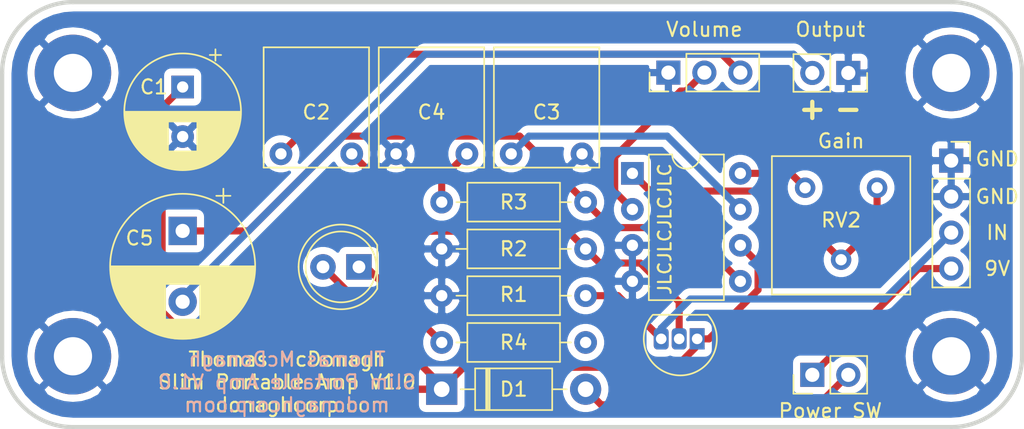
<source format=kicad_pcb>
(kicad_pcb (version 20171130) (host pcbnew "(5.1.7)-1")

  (general
    (thickness 1.6)
    (drawings 21)
    (tracks 66)
    (zones 0)
    (modules 22)
    (nets 16)
  )

  (page A4)
  (layers
    (0 F.Cu signal)
    (31 B.Cu signal hide)
    (32 B.Adhes user)
    (33 F.Adhes user)
    (34 B.Paste user)
    (35 F.Paste user)
    (36 B.SilkS user)
    (37 F.SilkS user)
    (38 B.Mask user)
    (39 F.Mask user)
    (40 Dwgs.User user)
    (41 Cmts.User user)
    (42 Eco1.User user)
    (43 Eco2.User user)
    (44 Edge.Cuts user)
    (45 Margin user)
    (46 B.CrtYd user)
    (47 F.CrtYd user)
    (48 B.Fab user)
    (49 F.Fab user hide)
  )

  (setup
    (last_trace_width 0.5)
    (user_trace_width 0.5)
    (trace_clearance 0.2)
    (zone_clearance 0.508)
    (zone_45_only no)
    (trace_min 0.2)
    (via_size 0.8)
    (via_drill 0.4)
    (via_min_size 0.4)
    (via_min_drill 0.3)
    (uvia_size 0.3)
    (uvia_drill 0.1)
    (uvias_allowed no)
    (uvia_min_size 0.2)
    (uvia_min_drill 0.1)
    (edge_width 0.1)
    (segment_width 0.2)
    (pcb_text_width 0.3)
    (pcb_text_size 1.5 1.5)
    (mod_edge_width 0.15)
    (mod_text_size 1 1)
    (mod_text_width 0.15)
    (pad_size 1.524 1.524)
    (pad_drill 0.762)
    (pad_to_mask_clearance 0)
    (aux_axis_origin 0 0)
    (visible_elements 7FFFFF7F)
    (pcbplotparams
      (layerselection 0x010fc_ffffffff)
      (usegerberextensions false)
      (usegerberattributes false)
      (usegerberadvancedattributes true)
      (creategerberjobfile true)
      (excludeedgelayer true)
      (linewidth 0.100000)
      (plotframeref false)
      (viasonmask false)
      (mode 1)
      (useauxorigin false)
      (hpglpennumber 1)
      (hpglpenspeed 20)
      (hpglpendiameter 15.000000)
      (psnegative false)
      (psa4output false)
      (plotreference true)
      (plotvalue true)
      (plotinvisibletext false)
      (padsonsilk false)
      (subtractmaskfromsilk false)
      (outputformat 1)
      (mirror false)
      (drillshape 0)
      (scaleselection 1)
      (outputdirectory "Gerbers/"))
  )

  (net 0 "")
  (net 1 "Net-(C1-Pad1)")
  (net 2 GND)
  (net 3 "Net-(C2-Pad1)")
  (net 4 "Net-(C2-Pad2)")
  (net 5 "Net-(C3-Pad2)")
  (net 6 "Net-(C4-Pad1)")
  (net 7 "Net-(C5-Pad1)")
  (net 8 "Net-(C5-Pad2)")
  (net 9 "Net-(D1-Pad2)")
  (net 10 Input)
  (net 11 9V)
  (net 12 "Net-(RV1-Pad2)")
  (net 13 "Net-(RV2-Pad1)")
  (net 14 "Net-(RV2-Pad2)")
  (net 15 "Net-(D2-Pad1)")

  (net_class Default "This is the default net class."
    (clearance 0.2)
    (trace_width 0.25)
    (via_dia 0.8)
    (via_drill 0.4)
    (uvia_dia 0.3)
    (uvia_drill 0.1)
    (add_net 9V)
    (add_net GND)
    (add_net Input)
    (add_net "Net-(C1-Pad1)")
    (add_net "Net-(C2-Pad1)")
    (add_net "Net-(C2-Pad2)")
    (add_net "Net-(C3-Pad2)")
    (add_net "Net-(C4-Pad1)")
    (add_net "Net-(C5-Pad1)")
    (add_net "Net-(C5-Pad2)")
    (add_net "Net-(D1-Pad2)")
    (add_net "Net-(D2-Pad1)")
    (add_net "Net-(RV1-Pad2)")
    (add_net "Net-(RV2-Pad1)")
    (add_net "Net-(RV2-Pad2)")
  )

  (module Capacitor_THT:CP_Radial_D8.0mm_P3.50mm (layer F.Cu) (tedit 5AE50EF0) (tstamp 60809690)
    (at 110.744 62.992 270)
    (descr "CP, Radial series, Radial, pin pitch=3.50mm, , diameter=8mm, Electrolytic Capacitor")
    (tags "CP Radial series Radial pin pitch 3.50mm  diameter 8mm Electrolytic Capacitor")
    (path /60763B9D)
    (fp_text reference C1 (at 0 2.032 180) (layer F.SilkS)
      (effects (font (size 1 1) (thickness 0.15)))
    )
    (fp_text value 100uF (at 1.75 5.25 90) (layer F.Fab)
      (effects (font (size 1 1) (thickness 0.15)))
    )
    (fp_line (start -2.259698 -2.715) (end -2.259698 -1.915) (layer F.SilkS) (width 0.12))
    (fp_line (start -2.659698 -2.315) (end -1.859698 -2.315) (layer F.SilkS) (width 0.12))
    (fp_line (start 5.831 -0.533) (end 5.831 0.533) (layer F.SilkS) (width 0.12))
    (fp_line (start 5.791 -0.768) (end 5.791 0.768) (layer F.SilkS) (width 0.12))
    (fp_line (start 5.751 -0.948) (end 5.751 0.948) (layer F.SilkS) (width 0.12))
    (fp_line (start 5.711 -1.098) (end 5.711 1.098) (layer F.SilkS) (width 0.12))
    (fp_line (start 5.671 -1.229) (end 5.671 1.229) (layer F.SilkS) (width 0.12))
    (fp_line (start 5.631 -1.346) (end 5.631 1.346) (layer F.SilkS) (width 0.12))
    (fp_line (start 5.591 -1.453) (end 5.591 1.453) (layer F.SilkS) (width 0.12))
    (fp_line (start 5.551 -1.552) (end 5.551 1.552) (layer F.SilkS) (width 0.12))
    (fp_line (start 5.511 -1.645) (end 5.511 1.645) (layer F.SilkS) (width 0.12))
    (fp_line (start 5.471 -1.731) (end 5.471 1.731) (layer F.SilkS) (width 0.12))
    (fp_line (start 5.431 -1.813) (end 5.431 1.813) (layer F.SilkS) (width 0.12))
    (fp_line (start 5.391 -1.89) (end 5.391 1.89) (layer F.SilkS) (width 0.12))
    (fp_line (start 5.351 -1.964) (end 5.351 1.964) (layer F.SilkS) (width 0.12))
    (fp_line (start 5.311 -2.034) (end 5.311 2.034) (layer F.SilkS) (width 0.12))
    (fp_line (start 5.271 -2.102) (end 5.271 2.102) (layer F.SilkS) (width 0.12))
    (fp_line (start 5.231 -2.166) (end 5.231 2.166) (layer F.SilkS) (width 0.12))
    (fp_line (start 5.191 -2.228) (end 5.191 2.228) (layer F.SilkS) (width 0.12))
    (fp_line (start 5.151 -2.287) (end 5.151 2.287) (layer F.SilkS) (width 0.12))
    (fp_line (start 5.111 -2.345) (end 5.111 2.345) (layer F.SilkS) (width 0.12))
    (fp_line (start 5.071 -2.4) (end 5.071 2.4) (layer F.SilkS) (width 0.12))
    (fp_line (start 5.031 -2.454) (end 5.031 2.454) (layer F.SilkS) (width 0.12))
    (fp_line (start 4.991 -2.505) (end 4.991 2.505) (layer F.SilkS) (width 0.12))
    (fp_line (start 4.951 -2.556) (end 4.951 2.556) (layer F.SilkS) (width 0.12))
    (fp_line (start 4.911 -2.604) (end 4.911 2.604) (layer F.SilkS) (width 0.12))
    (fp_line (start 4.871 -2.651) (end 4.871 2.651) (layer F.SilkS) (width 0.12))
    (fp_line (start 4.831 -2.697) (end 4.831 2.697) (layer F.SilkS) (width 0.12))
    (fp_line (start 4.791 -2.741) (end 4.791 2.741) (layer F.SilkS) (width 0.12))
    (fp_line (start 4.751 -2.784) (end 4.751 2.784) (layer F.SilkS) (width 0.12))
    (fp_line (start 4.711 -2.826) (end 4.711 2.826) (layer F.SilkS) (width 0.12))
    (fp_line (start 4.671 -2.867) (end 4.671 2.867) (layer F.SilkS) (width 0.12))
    (fp_line (start 4.631 -2.907) (end 4.631 2.907) (layer F.SilkS) (width 0.12))
    (fp_line (start 4.591 -2.945) (end 4.591 2.945) (layer F.SilkS) (width 0.12))
    (fp_line (start 4.551 -2.983) (end 4.551 2.983) (layer F.SilkS) (width 0.12))
    (fp_line (start 4.511 1.04) (end 4.511 3.019) (layer F.SilkS) (width 0.12))
    (fp_line (start 4.511 -3.019) (end 4.511 -1.04) (layer F.SilkS) (width 0.12))
    (fp_line (start 4.471 1.04) (end 4.471 3.055) (layer F.SilkS) (width 0.12))
    (fp_line (start 4.471 -3.055) (end 4.471 -1.04) (layer F.SilkS) (width 0.12))
    (fp_line (start 4.431 1.04) (end 4.431 3.09) (layer F.SilkS) (width 0.12))
    (fp_line (start 4.431 -3.09) (end 4.431 -1.04) (layer F.SilkS) (width 0.12))
    (fp_line (start 4.391 1.04) (end 4.391 3.124) (layer F.SilkS) (width 0.12))
    (fp_line (start 4.391 -3.124) (end 4.391 -1.04) (layer F.SilkS) (width 0.12))
    (fp_line (start 4.351 1.04) (end 4.351 3.156) (layer F.SilkS) (width 0.12))
    (fp_line (start 4.351 -3.156) (end 4.351 -1.04) (layer F.SilkS) (width 0.12))
    (fp_line (start 4.311 1.04) (end 4.311 3.189) (layer F.SilkS) (width 0.12))
    (fp_line (start 4.311 -3.189) (end 4.311 -1.04) (layer F.SilkS) (width 0.12))
    (fp_line (start 4.271 1.04) (end 4.271 3.22) (layer F.SilkS) (width 0.12))
    (fp_line (start 4.271 -3.22) (end 4.271 -1.04) (layer F.SilkS) (width 0.12))
    (fp_line (start 4.231 1.04) (end 4.231 3.25) (layer F.SilkS) (width 0.12))
    (fp_line (start 4.231 -3.25) (end 4.231 -1.04) (layer F.SilkS) (width 0.12))
    (fp_line (start 4.191 1.04) (end 4.191 3.28) (layer F.SilkS) (width 0.12))
    (fp_line (start 4.191 -3.28) (end 4.191 -1.04) (layer F.SilkS) (width 0.12))
    (fp_line (start 4.151 1.04) (end 4.151 3.309) (layer F.SilkS) (width 0.12))
    (fp_line (start 4.151 -3.309) (end 4.151 -1.04) (layer F.SilkS) (width 0.12))
    (fp_line (start 4.111 1.04) (end 4.111 3.338) (layer F.SilkS) (width 0.12))
    (fp_line (start 4.111 -3.338) (end 4.111 -1.04) (layer F.SilkS) (width 0.12))
    (fp_line (start 4.071 1.04) (end 4.071 3.365) (layer F.SilkS) (width 0.12))
    (fp_line (start 4.071 -3.365) (end 4.071 -1.04) (layer F.SilkS) (width 0.12))
    (fp_line (start 4.031 1.04) (end 4.031 3.392) (layer F.SilkS) (width 0.12))
    (fp_line (start 4.031 -3.392) (end 4.031 -1.04) (layer F.SilkS) (width 0.12))
    (fp_line (start 3.991 1.04) (end 3.991 3.418) (layer F.SilkS) (width 0.12))
    (fp_line (start 3.991 -3.418) (end 3.991 -1.04) (layer F.SilkS) (width 0.12))
    (fp_line (start 3.951 1.04) (end 3.951 3.444) (layer F.SilkS) (width 0.12))
    (fp_line (start 3.951 -3.444) (end 3.951 -1.04) (layer F.SilkS) (width 0.12))
    (fp_line (start 3.911 1.04) (end 3.911 3.469) (layer F.SilkS) (width 0.12))
    (fp_line (start 3.911 -3.469) (end 3.911 -1.04) (layer F.SilkS) (width 0.12))
    (fp_line (start 3.871 1.04) (end 3.871 3.493) (layer F.SilkS) (width 0.12))
    (fp_line (start 3.871 -3.493) (end 3.871 -1.04) (layer F.SilkS) (width 0.12))
    (fp_line (start 3.831 1.04) (end 3.831 3.517) (layer F.SilkS) (width 0.12))
    (fp_line (start 3.831 -3.517) (end 3.831 -1.04) (layer F.SilkS) (width 0.12))
    (fp_line (start 3.791 1.04) (end 3.791 3.54) (layer F.SilkS) (width 0.12))
    (fp_line (start 3.791 -3.54) (end 3.791 -1.04) (layer F.SilkS) (width 0.12))
    (fp_line (start 3.751 1.04) (end 3.751 3.562) (layer F.SilkS) (width 0.12))
    (fp_line (start 3.751 -3.562) (end 3.751 -1.04) (layer F.SilkS) (width 0.12))
    (fp_line (start 3.711 1.04) (end 3.711 3.584) (layer F.SilkS) (width 0.12))
    (fp_line (start 3.711 -3.584) (end 3.711 -1.04) (layer F.SilkS) (width 0.12))
    (fp_line (start 3.671 1.04) (end 3.671 3.606) (layer F.SilkS) (width 0.12))
    (fp_line (start 3.671 -3.606) (end 3.671 -1.04) (layer F.SilkS) (width 0.12))
    (fp_line (start 3.631 1.04) (end 3.631 3.627) (layer F.SilkS) (width 0.12))
    (fp_line (start 3.631 -3.627) (end 3.631 -1.04) (layer F.SilkS) (width 0.12))
    (fp_line (start 3.591 1.04) (end 3.591 3.647) (layer F.SilkS) (width 0.12))
    (fp_line (start 3.591 -3.647) (end 3.591 -1.04) (layer F.SilkS) (width 0.12))
    (fp_line (start 3.551 1.04) (end 3.551 3.666) (layer F.SilkS) (width 0.12))
    (fp_line (start 3.551 -3.666) (end 3.551 -1.04) (layer F.SilkS) (width 0.12))
    (fp_line (start 3.511 1.04) (end 3.511 3.686) (layer F.SilkS) (width 0.12))
    (fp_line (start 3.511 -3.686) (end 3.511 -1.04) (layer F.SilkS) (width 0.12))
    (fp_line (start 3.471 1.04) (end 3.471 3.704) (layer F.SilkS) (width 0.12))
    (fp_line (start 3.471 -3.704) (end 3.471 -1.04) (layer F.SilkS) (width 0.12))
    (fp_line (start 3.431 1.04) (end 3.431 3.722) (layer F.SilkS) (width 0.12))
    (fp_line (start 3.431 -3.722) (end 3.431 -1.04) (layer F.SilkS) (width 0.12))
    (fp_line (start 3.391 1.04) (end 3.391 3.74) (layer F.SilkS) (width 0.12))
    (fp_line (start 3.391 -3.74) (end 3.391 -1.04) (layer F.SilkS) (width 0.12))
    (fp_line (start 3.351 1.04) (end 3.351 3.757) (layer F.SilkS) (width 0.12))
    (fp_line (start 3.351 -3.757) (end 3.351 -1.04) (layer F.SilkS) (width 0.12))
    (fp_line (start 3.311 1.04) (end 3.311 3.774) (layer F.SilkS) (width 0.12))
    (fp_line (start 3.311 -3.774) (end 3.311 -1.04) (layer F.SilkS) (width 0.12))
    (fp_line (start 3.271 1.04) (end 3.271 3.79) (layer F.SilkS) (width 0.12))
    (fp_line (start 3.271 -3.79) (end 3.271 -1.04) (layer F.SilkS) (width 0.12))
    (fp_line (start 3.231 1.04) (end 3.231 3.805) (layer F.SilkS) (width 0.12))
    (fp_line (start 3.231 -3.805) (end 3.231 -1.04) (layer F.SilkS) (width 0.12))
    (fp_line (start 3.191 1.04) (end 3.191 3.821) (layer F.SilkS) (width 0.12))
    (fp_line (start 3.191 -3.821) (end 3.191 -1.04) (layer F.SilkS) (width 0.12))
    (fp_line (start 3.151 1.04) (end 3.151 3.835) (layer F.SilkS) (width 0.12))
    (fp_line (start 3.151 -3.835) (end 3.151 -1.04) (layer F.SilkS) (width 0.12))
    (fp_line (start 3.111 1.04) (end 3.111 3.85) (layer F.SilkS) (width 0.12))
    (fp_line (start 3.111 -3.85) (end 3.111 -1.04) (layer F.SilkS) (width 0.12))
    (fp_line (start 3.071 1.04) (end 3.071 3.863) (layer F.SilkS) (width 0.12))
    (fp_line (start 3.071 -3.863) (end 3.071 -1.04) (layer F.SilkS) (width 0.12))
    (fp_line (start 3.031 1.04) (end 3.031 3.877) (layer F.SilkS) (width 0.12))
    (fp_line (start 3.031 -3.877) (end 3.031 -1.04) (layer F.SilkS) (width 0.12))
    (fp_line (start 2.991 1.04) (end 2.991 3.889) (layer F.SilkS) (width 0.12))
    (fp_line (start 2.991 -3.889) (end 2.991 -1.04) (layer F.SilkS) (width 0.12))
    (fp_line (start 2.951 1.04) (end 2.951 3.902) (layer F.SilkS) (width 0.12))
    (fp_line (start 2.951 -3.902) (end 2.951 -1.04) (layer F.SilkS) (width 0.12))
    (fp_line (start 2.911 1.04) (end 2.911 3.914) (layer F.SilkS) (width 0.12))
    (fp_line (start 2.911 -3.914) (end 2.911 -1.04) (layer F.SilkS) (width 0.12))
    (fp_line (start 2.871 1.04) (end 2.871 3.925) (layer F.SilkS) (width 0.12))
    (fp_line (start 2.871 -3.925) (end 2.871 -1.04) (layer F.SilkS) (width 0.12))
    (fp_line (start 2.831 1.04) (end 2.831 3.936) (layer F.SilkS) (width 0.12))
    (fp_line (start 2.831 -3.936) (end 2.831 -1.04) (layer F.SilkS) (width 0.12))
    (fp_line (start 2.791 1.04) (end 2.791 3.947) (layer F.SilkS) (width 0.12))
    (fp_line (start 2.791 -3.947) (end 2.791 -1.04) (layer F.SilkS) (width 0.12))
    (fp_line (start 2.751 1.04) (end 2.751 3.957) (layer F.SilkS) (width 0.12))
    (fp_line (start 2.751 -3.957) (end 2.751 -1.04) (layer F.SilkS) (width 0.12))
    (fp_line (start 2.711 1.04) (end 2.711 3.967) (layer F.SilkS) (width 0.12))
    (fp_line (start 2.711 -3.967) (end 2.711 -1.04) (layer F.SilkS) (width 0.12))
    (fp_line (start 2.671 1.04) (end 2.671 3.976) (layer F.SilkS) (width 0.12))
    (fp_line (start 2.671 -3.976) (end 2.671 -1.04) (layer F.SilkS) (width 0.12))
    (fp_line (start 2.631 1.04) (end 2.631 3.985) (layer F.SilkS) (width 0.12))
    (fp_line (start 2.631 -3.985) (end 2.631 -1.04) (layer F.SilkS) (width 0.12))
    (fp_line (start 2.591 1.04) (end 2.591 3.994) (layer F.SilkS) (width 0.12))
    (fp_line (start 2.591 -3.994) (end 2.591 -1.04) (layer F.SilkS) (width 0.12))
    (fp_line (start 2.551 1.04) (end 2.551 4.002) (layer F.SilkS) (width 0.12))
    (fp_line (start 2.551 -4.002) (end 2.551 -1.04) (layer F.SilkS) (width 0.12))
    (fp_line (start 2.511 1.04) (end 2.511 4.01) (layer F.SilkS) (width 0.12))
    (fp_line (start 2.511 -4.01) (end 2.511 -1.04) (layer F.SilkS) (width 0.12))
    (fp_line (start 2.471 1.04) (end 2.471 4.017) (layer F.SilkS) (width 0.12))
    (fp_line (start 2.471 -4.017) (end 2.471 -1.04) (layer F.SilkS) (width 0.12))
    (fp_line (start 2.43 -4.024) (end 2.43 4.024) (layer F.SilkS) (width 0.12))
    (fp_line (start 2.39 -4.03) (end 2.39 4.03) (layer F.SilkS) (width 0.12))
    (fp_line (start 2.35 -4.037) (end 2.35 4.037) (layer F.SilkS) (width 0.12))
    (fp_line (start 2.31 -4.042) (end 2.31 4.042) (layer F.SilkS) (width 0.12))
    (fp_line (start 2.27 -4.048) (end 2.27 4.048) (layer F.SilkS) (width 0.12))
    (fp_line (start 2.23 -4.052) (end 2.23 4.052) (layer F.SilkS) (width 0.12))
    (fp_line (start 2.19 -4.057) (end 2.19 4.057) (layer F.SilkS) (width 0.12))
    (fp_line (start 2.15 -4.061) (end 2.15 4.061) (layer F.SilkS) (width 0.12))
    (fp_line (start 2.11 -4.065) (end 2.11 4.065) (layer F.SilkS) (width 0.12))
    (fp_line (start 2.07 -4.068) (end 2.07 4.068) (layer F.SilkS) (width 0.12))
    (fp_line (start 2.03 -4.071) (end 2.03 4.071) (layer F.SilkS) (width 0.12))
    (fp_line (start 1.99 -4.074) (end 1.99 4.074) (layer F.SilkS) (width 0.12))
    (fp_line (start 1.95 -4.076) (end 1.95 4.076) (layer F.SilkS) (width 0.12))
    (fp_line (start 1.91 -4.077) (end 1.91 4.077) (layer F.SilkS) (width 0.12))
    (fp_line (start 1.87 -4.079) (end 1.87 4.079) (layer F.SilkS) (width 0.12))
    (fp_line (start 1.83 -4.08) (end 1.83 4.08) (layer F.SilkS) (width 0.12))
    (fp_line (start 1.79 -4.08) (end 1.79 4.08) (layer F.SilkS) (width 0.12))
    (fp_line (start 1.75 -4.08) (end 1.75 4.08) (layer F.SilkS) (width 0.12))
    (fp_line (start -1.276759 -2.1475) (end -1.276759 -1.3475) (layer F.Fab) (width 0.1))
    (fp_line (start -1.676759 -1.7475) (end -0.876759 -1.7475) (layer F.Fab) (width 0.1))
    (fp_circle (center 1.75 0) (end 6 0) (layer F.CrtYd) (width 0.05))
    (fp_circle (center 1.75 0) (end 5.87 0) (layer F.SilkS) (width 0.12))
    (fp_circle (center 1.75 0) (end 5.75 0) (layer F.Fab) (width 0.1))
    (fp_text user %R (at 1.75 0 90) (layer F.Fab)
      (effects (font (size 1 1) (thickness 0.15)))
    )
    (pad 1 thru_hole rect (at 0 0 270) (size 1.6 1.6) (drill 0.8) (layers *.Cu *.Mask)
      (net 1 "Net-(C1-Pad1)"))
    (pad 2 thru_hole circle (at 3.5 0 270) (size 1.6 1.6) (drill 0.8) (layers *.Cu *.Mask)
      (net 2 GND))
    (model ${KISYS3DMOD}/Capacitor_THT.3dshapes/CP_Radial_D8.0mm_P3.50mm.wrl
      (at (xyz 0 0 0))
      (scale (xyz 1 1 1))
      (rotate (xyz 0 0 0))
    )
  )

  (module libraries:C_Flat_L7.2_H6.5 (layer F.Cu) (tedit 602331CB) (tstamp 608096A3)
    (at 122.682 67.31 180)
    (descr "C, Rect series, Radial, pin pitch=5.00mm, , length*width=7.2*2.5mm^2, Capacitor, http://www.wima.com/EN/WIMA_FKS_2.pdf")
    (tags "C Rect series Radial pin pitch 5.00mm  length 7.2mm width 2.5mm Capacitor")
    (path /6076A84B)
    (fp_text reference C2 (at 2.5 2.54) (layer F.SilkS)
      (effects (font (size 1 1) (thickness 0.15)))
    )
    (fp_text value 47nF (at 2.5 8.128) (layer F.Fab)
      (effects (font (size 1 1) (thickness 0.15)))
    )
    (fp_line (start -1.1 -1.25) (end -1.1 7) (layer F.Fab) (width 0.1))
    (fp_line (start -1.1 7) (end 6.1 7) (layer F.Fab) (width 0.1))
    (fp_line (start 6.1 7) (end 6.1 -1.25) (layer F.Fab) (width 0.1))
    (fp_line (start 6.1 -1.25) (end -1.1 -1.25) (layer F.Fab) (width 0.1))
    (fp_line (start -1.22 -1.37) (end 6.22 -1.37) (layer F.SilkS) (width 0.12))
    (fp_line (start -1.22 7.12) (end 6.22 7.12) (layer F.SilkS) (width 0.12))
    (fp_line (start -1.22 -1.37) (end -1.22 7.12) (layer F.SilkS) (width 0.12))
    (fp_line (start 6.22 -1.37) (end 6.22 7.12) (layer F.SilkS) (width 0.12))
    (fp_line (start -1.35 -1.5) (end -1.35 7.25) (layer F.CrtYd) (width 0.05))
    (fp_line (start -1.35 7.25) (end 6.35 7.25) (layer F.CrtYd) (width 0.05))
    (fp_line (start 6.35 7.25) (end 6.35 -1.5) (layer F.CrtYd) (width 0.05))
    (fp_line (start 6.35 -1.5) (end -1.35 -1.5) (layer F.CrtYd) (width 0.05))
    (fp_text user %R (at 2.5 3.81) (layer F.Fab)
      (effects (font (size 1 1) (thickness 0.15)))
    )
    (pad 1 thru_hole circle (at 0 -0.4 180) (size 1.6 1.6) (drill 0.8) (layers *.Cu *.Mask)
      (net 3 "Net-(C2-Pad1)"))
    (pad 2 thru_hole circle (at 5 -0.4 180) (size 1.6 1.6) (drill 0.8) (layers *.Cu *.Mask)
      (net 4 "Net-(C2-Pad2)"))
    (model ${KISYS3DMOD}/Capacitor_THT.3dshapes/C_Rect_L7.2mm_W2.5mm_P5.00mm_FKS2_FKP2_MKS2_MKP2.wrl
      (at (xyz 0 0 0))
      (scale (xyz 1 1 1))
      (rotate (xyz 0 0 0))
    )
  )

  (module libraries:C_Flat_L7.2_H6.5 (layer F.Cu) (tedit 602331CB) (tstamp 608096B6)
    (at 138.938 67.31 180)
    (descr "C, Rect series, Radial, pin pitch=5.00mm, , length*width=7.2*2.5mm^2, Capacitor, http://www.wima.com/EN/WIMA_FKS_2.pdf")
    (tags "C Rect series Radial pin pitch 5.00mm  length 7.2mm width 2.5mm Capacitor")
    (path /60774821)
    (fp_text reference C3 (at 2.5 2.54) (layer F.SilkS)
      (effects (font (size 1 1) (thickness 0.15)))
    )
    (fp_text value 100nF (at 2.5 8.128) (layer F.Fab)
      (effects (font (size 1 1) (thickness 0.15)))
    )
    (fp_line (start 6.35 -1.5) (end -1.35 -1.5) (layer F.CrtYd) (width 0.05))
    (fp_line (start 6.35 7.25) (end 6.35 -1.5) (layer F.CrtYd) (width 0.05))
    (fp_line (start -1.35 7.25) (end 6.35 7.25) (layer F.CrtYd) (width 0.05))
    (fp_line (start -1.35 -1.5) (end -1.35 7.25) (layer F.CrtYd) (width 0.05))
    (fp_line (start 6.22 -1.37) (end 6.22 7.12) (layer F.SilkS) (width 0.12))
    (fp_line (start -1.22 -1.37) (end -1.22 7.12) (layer F.SilkS) (width 0.12))
    (fp_line (start -1.22 7.12) (end 6.22 7.12) (layer F.SilkS) (width 0.12))
    (fp_line (start -1.22 -1.37) (end 6.22 -1.37) (layer F.SilkS) (width 0.12))
    (fp_line (start 6.1 -1.25) (end -1.1 -1.25) (layer F.Fab) (width 0.1))
    (fp_line (start 6.1 7) (end 6.1 -1.25) (layer F.Fab) (width 0.1))
    (fp_line (start -1.1 7) (end 6.1 7) (layer F.Fab) (width 0.1))
    (fp_line (start -1.1 -1.25) (end -1.1 7) (layer F.Fab) (width 0.1))
    (fp_text user %R (at 2.5 3.81) (layer F.Fab)
      (effects (font (size 1 1) (thickness 0.15)))
    )
    (pad 2 thru_hole circle (at 5 -0.4 180) (size 1.6 1.6) (drill 0.8) (layers *.Cu *.Mask)
      (net 5 "Net-(C3-Pad2)"))
    (pad 1 thru_hole circle (at 0 -0.4 180) (size 1.6 1.6) (drill 0.8) (layers *.Cu *.Mask)
      (net 2 GND))
    (model ${KISYS3DMOD}/Capacitor_THT.3dshapes/C_Rect_L7.2mm_W2.5mm_P5.00mm_FKS2_FKP2_MKS2_MKP2.wrl
      (at (xyz 0 0 0))
      (scale (xyz 1 1 1))
      (rotate (xyz 0 0 0))
    )
  )

  (module libraries:C_Flat_L7.2_H6.5 (layer F.Cu) (tedit 602331CB) (tstamp 608096C9)
    (at 130.81 67.31 180)
    (descr "C, Rect series, Radial, pin pitch=5.00mm, , length*width=7.2*2.5mm^2, Capacitor, http://www.wima.com/EN/WIMA_FKS_2.pdf")
    (tags "C Rect series Radial pin pitch 5.00mm  length 7.2mm width 2.5mm Capacitor")
    (path /60777018)
    (fp_text reference C4 (at 2.5 2.54) (layer F.SilkS)
      (effects (font (size 1 1) (thickness 0.15)))
    )
    (fp_text value 47nF (at 2.5 8.128) (layer F.Fab)
      (effects (font (size 1 1) (thickness 0.15)))
    )
    (fp_line (start 6.35 -1.5) (end -1.35 -1.5) (layer F.CrtYd) (width 0.05))
    (fp_line (start 6.35 7.25) (end 6.35 -1.5) (layer F.CrtYd) (width 0.05))
    (fp_line (start -1.35 7.25) (end 6.35 7.25) (layer F.CrtYd) (width 0.05))
    (fp_line (start -1.35 -1.5) (end -1.35 7.25) (layer F.CrtYd) (width 0.05))
    (fp_line (start 6.22 -1.37) (end 6.22 7.12) (layer F.SilkS) (width 0.12))
    (fp_line (start -1.22 -1.37) (end -1.22 7.12) (layer F.SilkS) (width 0.12))
    (fp_line (start -1.22 7.12) (end 6.22 7.12) (layer F.SilkS) (width 0.12))
    (fp_line (start -1.22 -1.37) (end 6.22 -1.37) (layer F.SilkS) (width 0.12))
    (fp_line (start 6.1 -1.25) (end -1.1 -1.25) (layer F.Fab) (width 0.1))
    (fp_line (start 6.1 7) (end 6.1 -1.25) (layer F.Fab) (width 0.1))
    (fp_line (start -1.1 7) (end 6.1 7) (layer F.Fab) (width 0.1))
    (fp_line (start -1.1 -1.25) (end -1.1 7) (layer F.Fab) (width 0.1))
    (fp_text user %R (at 2.5 3.81) (layer F.Fab)
      (effects (font (size 1 1) (thickness 0.15)))
    )
    (pad 2 thru_hole circle (at 5 -0.4 180) (size 1.6 1.6) (drill 0.8) (layers *.Cu *.Mask)
      (net 2 GND))
    (pad 1 thru_hole circle (at 0 -0.4 180) (size 1.6 1.6) (drill 0.8) (layers *.Cu *.Mask)
      (net 6 "Net-(C4-Pad1)"))
    (model ${KISYS3DMOD}/Capacitor_THT.3dshapes/C_Rect_L7.2mm_W2.5mm_P5.00mm_FKS2_FKP2_MKS2_MKP2.wrl
      (at (xyz 0 0 0))
      (scale (xyz 1 1 1))
      (rotate (xyz 0 0 0))
    )
  )

  (module Diode_THT:D_DO-41_SOD81_P10.16mm_Horizontal (layer F.Cu) (tedit 5AE50CD5) (tstamp 608096FB)
    (at 129.032 84.328)
    (descr "Diode, DO-41_SOD81 series, Axial, Horizontal, pin pitch=10.16mm, , length*diameter=5.2*2.7mm^2, , http://www.diodes.com/_files/packages/DO-41%20(Plastic).pdf")
    (tags "Diode DO-41_SOD81 series Axial Horizontal pin pitch 10.16mm  length 5.2mm diameter 2.7mm")
    (path /60782D74)
    (fp_text reference D1 (at 5.08 0) (layer F.SilkS)
      (effects (font (size 1 1) (thickness 0.15)))
    )
    (fp_text value D (at 5.08 2.47) (layer F.Fab)
      (effects (font (size 1 1) (thickness 0.15)))
    )
    (fp_line (start 11.51 -1.6) (end -1.35 -1.6) (layer F.CrtYd) (width 0.05))
    (fp_line (start 11.51 1.6) (end 11.51 -1.6) (layer F.CrtYd) (width 0.05))
    (fp_line (start -1.35 1.6) (end 11.51 1.6) (layer F.CrtYd) (width 0.05))
    (fp_line (start -1.35 -1.6) (end -1.35 1.6) (layer F.CrtYd) (width 0.05))
    (fp_line (start 3.14 -1.47) (end 3.14 1.47) (layer F.SilkS) (width 0.12))
    (fp_line (start 3.38 -1.47) (end 3.38 1.47) (layer F.SilkS) (width 0.12))
    (fp_line (start 3.26 -1.47) (end 3.26 1.47) (layer F.SilkS) (width 0.12))
    (fp_line (start 8.82 0) (end 7.8 0) (layer F.SilkS) (width 0.12))
    (fp_line (start 1.34 0) (end 2.36 0) (layer F.SilkS) (width 0.12))
    (fp_line (start 7.8 -1.47) (end 2.36 -1.47) (layer F.SilkS) (width 0.12))
    (fp_line (start 7.8 1.47) (end 7.8 -1.47) (layer F.SilkS) (width 0.12))
    (fp_line (start 2.36 1.47) (end 7.8 1.47) (layer F.SilkS) (width 0.12))
    (fp_line (start 2.36 -1.47) (end 2.36 1.47) (layer F.SilkS) (width 0.12))
    (fp_line (start 3.16 -1.35) (end 3.16 1.35) (layer F.Fab) (width 0.1))
    (fp_line (start 3.36 -1.35) (end 3.36 1.35) (layer F.Fab) (width 0.1))
    (fp_line (start 3.26 -1.35) (end 3.26 1.35) (layer F.Fab) (width 0.1))
    (fp_line (start 10.16 0) (end 7.68 0) (layer F.Fab) (width 0.1))
    (fp_line (start 0 0) (end 2.48 0) (layer F.Fab) (width 0.1))
    (fp_line (start 7.68 -1.35) (end 2.48 -1.35) (layer F.Fab) (width 0.1))
    (fp_line (start 7.68 1.35) (end 7.68 -1.35) (layer F.Fab) (width 0.1))
    (fp_line (start 2.48 1.35) (end 7.68 1.35) (layer F.Fab) (width 0.1))
    (fp_line (start 2.48 -1.35) (end 2.48 1.35) (layer F.Fab) (width 0.1))
    (fp_text user %R (at 5.47 0) (layer F.Fab)
      (effects (font (size 1 1) (thickness 0.15)))
    )
    (fp_text user K (at 0 -2.1) (layer F.Fab)
      (effects (font (size 1 1) (thickness 0.15)))
    )
    (pad 1 thru_hole rect (at 0 0) (size 2.2 2.2) (drill 1.1) (layers *.Cu *.Mask)
      (net 1 "Net-(C1-Pad1)"))
    (pad 2 thru_hole oval (at 10.16 0) (size 2.2 2.2) (drill 1.1) (layers *.Cu *.Mask)
      (net 9 "Net-(D1-Pad2)"))
    (model ${KISYS3DMOD}/Diode_THT.3dshapes/D_DO-41_SOD81_P10.16mm_Horizontal.wrl
      (at (xyz 0 0 0))
      (scale (xyz 1 1 1))
      (rotate (xyz 0 0 0))
    )
  )

  (module MountingHole:MountingHole_2.7mm_Pad (layer F.Cu) (tedit 56D1B4CB) (tstamp 60809703)
    (at 103 62)
    (descr "Mounting Hole 2.7mm")
    (tags "mounting hole 2.7mm")
    (path /60781D5A)
    (attr virtual)
    (fp_text reference H1 (at 0 -3.7) (layer F.SilkS) hide
      (effects (font (size 1 1) (thickness 0.15)))
    )
    (fp_text value Mount (at 0 3.7) (layer F.Fab)
      (effects (font (size 1 1) (thickness 0.15)))
    )
    (fp_circle (center 0 0) (end 2.95 0) (layer F.CrtYd) (width 0.05))
    (fp_circle (center 0 0) (end 2.7 0) (layer Cmts.User) (width 0.15))
    (fp_text user %R (at 0.3 0) (layer F.Fab)
      (effects (font (size 1 1) (thickness 0.15)))
    )
    (pad 1 thru_hole circle (at 0 0) (size 5.4 5.4) (drill 2.7) (layers *.Cu *.Mask)
      (net 2 GND))
  )

  (module MountingHole:MountingHole_2.7mm_Pad (layer F.Cu) (tedit 56D1B4CB) (tstamp 6080970B)
    (at 103 82)
    (descr "Mounting Hole 2.7mm")
    (tags "mounting hole 2.7mm")
    (path /607829B4)
    (attr virtual)
    (fp_text reference H2 (at 0 -3.7) (layer F.SilkS) hide
      (effects (font (size 1 1) (thickness 0.15)))
    )
    (fp_text value Mount (at 0 3.7) (layer F.Fab)
      (effects (font (size 1 1) (thickness 0.15)))
    )
    (fp_circle (center 0 0) (end 2.7 0) (layer Cmts.User) (width 0.15))
    (fp_circle (center 0 0) (end 2.95 0) (layer F.CrtYd) (width 0.05))
    (fp_text user %R (at 0.3 0) (layer F.Fab)
      (effects (font (size 1 1) (thickness 0.15)))
    )
    (pad 1 thru_hole circle (at 0 0) (size 5.4 5.4) (drill 2.7) (layers *.Cu *.Mask)
      (net 2 GND))
  )

  (module MountingHole:MountingHole_2.7mm_Pad (layer F.Cu) (tedit 56D1B4CB) (tstamp 60809713)
    (at 165 62)
    (descr "Mounting Hole 2.7mm")
    (tags "mounting hole 2.7mm")
    (path /60783065)
    (attr virtual)
    (fp_text reference H3 (at 0 -3.7) (layer F.SilkS) hide
      (effects (font (size 1 1) (thickness 0.15)))
    )
    (fp_text value Mount (at 0 3.7) (layer F.Fab)
      (effects (font (size 1 1) (thickness 0.15)))
    )
    (fp_circle (center 0 0) (end 2.95 0) (layer F.CrtYd) (width 0.05))
    (fp_circle (center 0 0) (end 2.7 0) (layer Cmts.User) (width 0.15))
    (fp_text user %R (at 0.3 0) (layer F.Fab)
      (effects (font (size 1 1) (thickness 0.15)))
    )
    (pad 1 thru_hole circle (at 0 0) (size 5.4 5.4) (drill 2.7) (layers *.Cu *.Mask)
      (net 2 GND))
  )

  (module MountingHole:MountingHole_2.7mm_Pad (layer F.Cu) (tedit 56D1B4CB) (tstamp 6080971B)
    (at 165 82)
    (descr "Mounting Hole 2.7mm")
    (tags "mounting hole 2.7mm")
    (path /60783827)
    (attr virtual)
    (fp_text reference H4 (at 0 -3.7) (layer F.SilkS) hide
      (effects (font (size 1 1) (thickness 0.15)))
    )
    (fp_text value Mount (at 0 3.7) (layer F.Fab)
      (effects (font (size 1 1) (thickness 0.15)))
    )
    (fp_circle (center 0 0) (end 2.7 0) (layer Cmts.User) (width 0.15))
    (fp_circle (center 0 0) (end 2.95 0) (layer F.CrtYd) (width 0.05))
    (fp_text user %R (at 0.3 0) (layer F.Fab)
      (effects (font (size 1 1) (thickness 0.15)))
    )
    (pad 1 thru_hole circle (at 0 0) (size 5.4 5.4) (drill 2.7) (layers *.Cu *.Mask)
      (net 2 GND))
  )

  (module Connector_PinSocket_2.54mm:PinSocket_1x04_P2.54mm_Vertical (layer F.Cu) (tedit 5A19A429) (tstamp 60809733)
    (at 165 68.19)
    (descr "Through hole straight socket strip, 1x04, 2.54mm pitch, single row (from Kicad 4.0.7), script generated")
    (tags "Through hole socket strip THT 1x04 2.54mm single row")
    (path /6077D5DE)
    (fp_text reference J1 (at 0 -2.77) (layer F.SilkS) hide
      (effects (font (size 1 1) (thickness 0.15)))
    )
    (fp_text value Conn_01x04_Male (at 0 10.39) (layer F.Fab)
      (effects (font (size 1 1) (thickness 0.15)))
    )
    (fp_line (start -1.8 9.4) (end -1.8 -1.8) (layer F.CrtYd) (width 0.05))
    (fp_line (start 1.75 9.4) (end -1.8 9.4) (layer F.CrtYd) (width 0.05))
    (fp_line (start 1.75 -1.8) (end 1.75 9.4) (layer F.CrtYd) (width 0.05))
    (fp_line (start -1.8 -1.8) (end 1.75 -1.8) (layer F.CrtYd) (width 0.05))
    (fp_line (start 0 -1.33) (end 1.33 -1.33) (layer F.SilkS) (width 0.12))
    (fp_line (start 1.33 -1.33) (end 1.33 0) (layer F.SilkS) (width 0.12))
    (fp_line (start 1.33 1.27) (end 1.33 8.95) (layer F.SilkS) (width 0.12))
    (fp_line (start -1.33 8.95) (end 1.33 8.95) (layer F.SilkS) (width 0.12))
    (fp_line (start -1.33 1.27) (end -1.33 8.95) (layer F.SilkS) (width 0.12))
    (fp_line (start -1.33 1.27) (end 1.33 1.27) (layer F.SilkS) (width 0.12))
    (fp_line (start -1.27 8.89) (end -1.27 -1.27) (layer F.Fab) (width 0.1))
    (fp_line (start 1.27 8.89) (end -1.27 8.89) (layer F.Fab) (width 0.1))
    (fp_line (start 1.27 -0.635) (end 1.27 8.89) (layer F.Fab) (width 0.1))
    (fp_line (start 0.635 -1.27) (end 1.27 -0.635) (layer F.Fab) (width 0.1))
    (fp_line (start -1.27 -1.27) (end 0.635 -1.27) (layer F.Fab) (width 0.1))
    (fp_text user %R (at 0 3.81 90) (layer F.Fab)
      (effects (font (size 1 1) (thickness 0.15)))
    )
    (pad 1 thru_hole rect (at 0 0) (size 1.7 1.7) (drill 1) (layers *.Cu *.Mask)
      (net 2 GND))
    (pad 2 thru_hole oval (at 0 2.54) (size 1.7 1.7) (drill 1) (layers *.Cu *.Mask)
      (net 2 GND))
    (pad 3 thru_hole oval (at 0 5.08) (size 1.7 1.7) (drill 1) (layers *.Cu *.Mask)
      (net 10 Input))
    (pad 4 thru_hole oval (at 0 7.62) (size 1.7 1.7) (drill 1) (layers *.Cu *.Mask)
      (net 11 9V))
    (model ${KISYS3DMOD}/Connector_PinSocket_2.54mm.3dshapes/PinSocket_1x04_P2.54mm_Vertical.wrl
      (at (xyz 0 0 0))
      (scale (xyz 1 1 1))
      (rotate (xyz 0 0 0))
    )
  )

  (module Connector_PinSocket_2.54mm:PinSocket_1x02_P2.54mm_Vertical (layer F.Cu) (tedit 5A19A420) (tstamp 60809FD0)
    (at 157.734 62 270)
    (descr "Through hole straight socket strip, 1x02, 2.54mm pitch, single row (from Kicad 4.0.7), script generated")
    (tags "Through hole socket strip THT 1x02 2.54mm single row")
    (path /6077AF13)
    (fp_text reference J2 (at 0 -2.77 180) (layer F.SilkS) hide
      (effects (font (size 1 1) (thickness 0.15)))
    )
    (fp_text value Speaker (at 0 5.31 90) (layer F.Fab)
      (effects (font (size 1 1) (thickness 0.15)))
    )
    (fp_line (start -1.8 4.3) (end -1.8 -1.8) (layer F.CrtYd) (width 0.05))
    (fp_line (start 1.75 4.3) (end -1.8 4.3) (layer F.CrtYd) (width 0.05))
    (fp_line (start 1.75 -1.8) (end 1.75 4.3) (layer F.CrtYd) (width 0.05))
    (fp_line (start -1.8 -1.8) (end 1.75 -1.8) (layer F.CrtYd) (width 0.05))
    (fp_line (start 0 -1.33) (end 1.33 -1.33) (layer F.SilkS) (width 0.12))
    (fp_line (start 1.33 -1.33) (end 1.33 0) (layer F.SilkS) (width 0.12))
    (fp_line (start 1.33 1.27) (end 1.33 3.87) (layer F.SilkS) (width 0.12))
    (fp_line (start -1.33 3.87) (end 1.33 3.87) (layer F.SilkS) (width 0.12))
    (fp_line (start -1.33 1.27) (end -1.33 3.87) (layer F.SilkS) (width 0.12))
    (fp_line (start -1.33 1.27) (end 1.33 1.27) (layer F.SilkS) (width 0.12))
    (fp_line (start -1.27 3.81) (end -1.27 -1.27) (layer F.Fab) (width 0.1))
    (fp_line (start 1.27 3.81) (end -1.27 3.81) (layer F.Fab) (width 0.1))
    (fp_line (start 1.27 -0.635) (end 1.27 3.81) (layer F.Fab) (width 0.1))
    (fp_line (start 0.635 -1.27) (end 1.27 -0.635) (layer F.Fab) (width 0.1))
    (fp_line (start -1.27 -1.27) (end 0.635 -1.27) (layer F.Fab) (width 0.1))
    (fp_text user %R (at 0 1.27) (layer F.Fab)
      (effects (font (size 1 1) (thickness 0.15)))
    )
    (pad 1 thru_hole rect (at 0 0 270) (size 1.7 1.7) (drill 1) (layers *.Cu *.Mask)
      (net 2 GND))
    (pad 2 thru_hole oval (at 0 2.54 270) (size 1.7 1.7) (drill 1) (layers *.Cu *.Mask)
      (net 8 "Net-(C5-Pad2)"))
    (model ${KISYS3DMOD}/Connector_PinSocket_2.54mm.3dshapes/PinSocket_1x02_P2.54mm_Vertical.wrl
      (at (xyz 0 0 0))
      (scale (xyz 1 1 1))
      (rotate (xyz 0 0 0))
    )
  )

  (module Package_TO_SOT_THT:TO-92L_Inline (layer F.Cu) (tedit 5A279A44) (tstamp 6080975A)
    (at 147.066 80.772 180)
    (descr "TO-92L leads in-line (large body variant of TO-92), also known as TO-226, wide, drill 0.75mm (see https://www.diodes.com/assets/Package-Files/TO92L.pdf and http://www.ti.com/lit/an/snoa059/snoa059.pdf)")
    (tags "TO-92L Inline Wide transistor")
    (path /6076600E)
    (fp_text reference Q1 (at 1.19 -3.56) (layer F.SilkS) hide
      (effects (font (size 1 1) (thickness 0.15)))
    )
    (fp_text value MPF102 (at 1.19 2.79) (layer F.Fab)
      (effects (font (size 1 1) (thickness 0.15)))
    )
    (fp_line (start 3.95 1.85) (end -1.55 1.85) (layer F.CrtYd) (width 0.05))
    (fp_line (start 3.95 1.85) (end 3.95 -2.75) (layer F.CrtYd) (width 0.05))
    (fp_line (start -1.55 -2.75) (end -1.55 1.85) (layer F.CrtYd) (width 0.05))
    (fp_line (start -1.55 -2.75) (end 3.95 -2.75) (layer F.CrtYd) (width 0.05))
    (fp_line (start -0.7 1.6) (end 3.05 1.6) (layer F.Fab) (width 0.1))
    (fp_line (start -0.75 1.7) (end 3.1 1.7) (layer F.SilkS) (width 0.12))
    (fp_text user %R (at 1.19 -3.56) (layer F.Fab)
      (effects (font (size 1 1) (thickness 0.15)))
    )
    (fp_arc (start 1.19 0) (end -0.75 1.7) (angle 262.164354) (layer F.SilkS) (width 0.12))
    (fp_arc (start 1.19 0) (end 1.19 -2.48) (angle 129.9527847) (layer F.Fab) (width 0.1))
    (fp_arc (start 1.19 0) (end 1.19 -2.48) (angle -130.2499344) (layer F.Fab) (width 0.1))
    (pad 2 thru_hole roundrect (at 1.27 0 180) (size 1.05 1.5) (drill 0.75) (layers *.Cu *.Mask) (roundrect_rratio 0.25)
      (net 3 "Net-(C2-Pad1)"))
    (pad 3 thru_hole roundrect (at 2.54 0 180) (size 1.05 1.5) (drill 0.75) (layers *.Cu *.Mask) (roundrect_rratio 0.25)
      (net 10 Input))
    (pad 1 thru_hole rect (at 0 0 180) (size 1.05 1.5) (drill 0.75) (layers *.Cu *.Mask)
      (net 1 "Net-(C1-Pad1)"))
    (model ${KISYS3DMOD}/Package_TO_SOT_THT.3dshapes/TO-92L_Inline.wrl
      (at (xyz 0 0 0))
      (scale (xyz 1 1 1))
      (rotate (xyz 0 0 0))
    )
  )

  (module Resistor_THT:R_Axial_DIN0207_L6.3mm_D2.5mm_P10.16mm_Horizontal (layer F.Cu) (tedit 5AE5139B) (tstamp 60809771)
    (at 139.192 77.724 180)
    (descr "Resistor, Axial_DIN0207 series, Axial, Horizontal, pin pitch=10.16mm, 0.25W = 1/4W, length*diameter=6.3*2.5mm^2, http://cdn-reichelt.de/documents/datenblatt/B400/1_4W%23YAG.pdf")
    (tags "Resistor Axial_DIN0207 series Axial Horizontal pin pitch 10.16mm 0.25W = 1/4W length 6.3mm diameter 2.5mm")
    (path /607689A8)
    (fp_text reference R1 (at 5.08 0.080999) (layer F.SilkS)
      (effects (font (size 1 1) (thickness 0.15)))
    )
    (fp_text value 1.5M (at 5.08 2.37) (layer F.Fab)
      (effects (font (size 1 1) (thickness 0.15)))
    )
    (fp_line (start 1.93 -1.25) (end 1.93 1.25) (layer F.Fab) (width 0.1))
    (fp_line (start 1.93 1.25) (end 8.23 1.25) (layer F.Fab) (width 0.1))
    (fp_line (start 8.23 1.25) (end 8.23 -1.25) (layer F.Fab) (width 0.1))
    (fp_line (start 8.23 -1.25) (end 1.93 -1.25) (layer F.Fab) (width 0.1))
    (fp_line (start 0 0) (end 1.93 0) (layer F.Fab) (width 0.1))
    (fp_line (start 10.16 0) (end 8.23 0) (layer F.Fab) (width 0.1))
    (fp_line (start 1.81 -1.37) (end 1.81 1.37) (layer F.SilkS) (width 0.12))
    (fp_line (start 1.81 1.37) (end 8.35 1.37) (layer F.SilkS) (width 0.12))
    (fp_line (start 8.35 1.37) (end 8.35 -1.37) (layer F.SilkS) (width 0.12))
    (fp_line (start 8.35 -1.37) (end 1.81 -1.37) (layer F.SilkS) (width 0.12))
    (fp_line (start 1.04 0) (end 1.81 0) (layer F.SilkS) (width 0.12))
    (fp_line (start 9.12 0) (end 8.35 0) (layer F.SilkS) (width 0.12))
    (fp_line (start -1.05 -1.5) (end -1.05 1.5) (layer F.CrtYd) (width 0.05))
    (fp_line (start -1.05 1.5) (end 11.21 1.5) (layer F.CrtYd) (width 0.05))
    (fp_line (start 11.21 1.5) (end 11.21 -1.5) (layer F.CrtYd) (width 0.05))
    (fp_line (start 11.21 -1.5) (end -1.05 -1.5) (layer F.CrtYd) (width 0.05))
    (fp_text user %R (at 5.08 0) (layer F.Fab)
      (effects (font (size 1 1) (thickness 0.15)))
    )
    (pad 2 thru_hole oval (at 10.16 0 180) (size 1.6 1.6) (drill 0.8) (layers *.Cu *.Mask)
      (net 2 GND))
    (pad 1 thru_hole circle (at 0 0 180) (size 1.6 1.6) (drill 0.8) (layers *.Cu *.Mask)
      (net 10 Input))
    (model ${KISYS3DMOD}/Resistor_THT.3dshapes/R_Axial_DIN0207_L6.3mm_D2.5mm_P10.16mm_Horizontal.wrl
      (at (xyz 0 0 0))
      (scale (xyz 1 1 1))
      (rotate (xyz 0 0 0))
    )
  )

  (module Resistor_THT:R_Axial_DIN0207_L6.3mm_D2.5mm_P10.16mm_Horizontal (layer F.Cu) (tedit 5AE5139B) (tstamp 60809788)
    (at 139.192 74.422 180)
    (descr "Resistor, Axial_DIN0207 series, Axial, Horizontal, pin pitch=10.16mm, 0.25W = 1/4W, length*diameter=6.3*2.5mm^2, http://cdn-reichelt.de/documents/datenblatt/B400/1_4W%23YAG.pdf")
    (tags "Resistor Axial_DIN0207 series Axial Horizontal pin pitch 10.16mm 0.25W = 1/4W length 6.3mm diameter 2.5mm")
    (path /60768335)
    (fp_text reference R2 (at 5.080999 -0.001001) (layer F.SilkS)
      (effects (font (size 1 1) (thickness 0.15)))
    )
    (fp_text value 3.9K (at 5.08 2.37) (layer F.Fab)
      (effects (font (size 1 1) (thickness 0.15)))
    )
    (fp_line (start 11.21 -1.5) (end -1.05 -1.5) (layer F.CrtYd) (width 0.05))
    (fp_line (start 11.21 1.5) (end 11.21 -1.5) (layer F.CrtYd) (width 0.05))
    (fp_line (start -1.05 1.5) (end 11.21 1.5) (layer F.CrtYd) (width 0.05))
    (fp_line (start -1.05 -1.5) (end -1.05 1.5) (layer F.CrtYd) (width 0.05))
    (fp_line (start 9.12 0) (end 8.35 0) (layer F.SilkS) (width 0.12))
    (fp_line (start 1.04 0) (end 1.81 0) (layer F.SilkS) (width 0.12))
    (fp_line (start 8.35 -1.37) (end 1.81 -1.37) (layer F.SilkS) (width 0.12))
    (fp_line (start 8.35 1.37) (end 8.35 -1.37) (layer F.SilkS) (width 0.12))
    (fp_line (start 1.81 1.37) (end 8.35 1.37) (layer F.SilkS) (width 0.12))
    (fp_line (start 1.81 -1.37) (end 1.81 1.37) (layer F.SilkS) (width 0.12))
    (fp_line (start 10.16 0) (end 8.23 0) (layer F.Fab) (width 0.1))
    (fp_line (start 0 0) (end 1.93 0) (layer F.Fab) (width 0.1))
    (fp_line (start 8.23 -1.25) (end 1.93 -1.25) (layer F.Fab) (width 0.1))
    (fp_line (start 8.23 1.25) (end 8.23 -1.25) (layer F.Fab) (width 0.1))
    (fp_line (start 1.93 1.25) (end 8.23 1.25) (layer F.Fab) (width 0.1))
    (fp_line (start 1.93 -1.25) (end 1.93 1.25) (layer F.Fab) (width 0.1))
    (fp_text user %R (at 5.08 0) (layer F.Fab)
      (effects (font (size 1 1) (thickness 0.15)))
    )
    (pad 1 thru_hole circle (at 0 0 180) (size 1.6 1.6) (drill 0.8) (layers *.Cu *.Mask)
      (net 3 "Net-(C2-Pad1)"))
    (pad 2 thru_hole oval (at 10.16 0 180) (size 1.6 1.6) (drill 0.8) (layers *.Cu *.Mask)
      (net 2 GND))
    (model ${KISYS3DMOD}/Resistor_THT.3dshapes/R_Axial_DIN0207_L6.3mm_D2.5mm_P10.16mm_Horizontal.wrl
      (at (xyz 0 0 0))
      (scale (xyz 1 1 1))
      (rotate (xyz 0 0 0))
    )
  )

  (module Resistor_THT:R_Axial_DIN0207_L6.3mm_D2.5mm_P10.16mm_Horizontal (layer F.Cu) (tedit 5AE5139B) (tstamp 6080979F)
    (at 139.192 71.12 180)
    (descr "Resistor, Axial_DIN0207 series, Axial, Horizontal, pin pitch=10.16mm, 0.25W = 1/4W, length*diameter=6.3*2.5mm^2, http://cdn-reichelt.de/documents/datenblatt/B400/1_4W%23YAG.pdf")
    (tags "Resistor Axial_DIN0207 series Axial Horizontal pin pitch 10.16mm 0.25W = 1/4W length 6.3mm diameter 2.5mm")
    (path /60776222)
    (fp_text reference R3 (at 5.08 0) (layer F.SilkS)
      (effects (font (size 1 1) (thickness 0.15)))
    )
    (fp_text value 10 (at 5.08 2.37) (layer F.Fab)
      (effects (font (size 1 1) (thickness 0.15)))
    )
    (fp_line (start 11.21 -1.5) (end -1.05 -1.5) (layer F.CrtYd) (width 0.05))
    (fp_line (start 11.21 1.5) (end 11.21 -1.5) (layer F.CrtYd) (width 0.05))
    (fp_line (start -1.05 1.5) (end 11.21 1.5) (layer F.CrtYd) (width 0.05))
    (fp_line (start -1.05 -1.5) (end -1.05 1.5) (layer F.CrtYd) (width 0.05))
    (fp_line (start 9.12 0) (end 8.35 0) (layer F.SilkS) (width 0.12))
    (fp_line (start 1.04 0) (end 1.81 0) (layer F.SilkS) (width 0.12))
    (fp_line (start 8.35 -1.37) (end 1.81 -1.37) (layer F.SilkS) (width 0.12))
    (fp_line (start 8.35 1.37) (end 8.35 -1.37) (layer F.SilkS) (width 0.12))
    (fp_line (start 1.81 1.37) (end 8.35 1.37) (layer F.SilkS) (width 0.12))
    (fp_line (start 1.81 -1.37) (end 1.81 1.37) (layer F.SilkS) (width 0.12))
    (fp_line (start 10.16 0) (end 8.23 0) (layer F.Fab) (width 0.1))
    (fp_line (start 0 0) (end 1.93 0) (layer F.Fab) (width 0.1))
    (fp_line (start 8.23 -1.25) (end 1.93 -1.25) (layer F.Fab) (width 0.1))
    (fp_line (start 8.23 1.25) (end 8.23 -1.25) (layer F.Fab) (width 0.1))
    (fp_line (start 1.93 1.25) (end 8.23 1.25) (layer F.Fab) (width 0.1))
    (fp_line (start 1.93 -1.25) (end 1.93 1.25) (layer F.Fab) (width 0.1))
    (fp_text user %R (at 5.08 0) (layer F.Fab)
      (effects (font (size 1 1) (thickness 0.15)))
    )
    (pad 1 thru_hole circle (at 0 0 180) (size 1.6 1.6) (drill 0.8) (layers *.Cu *.Mask)
      (net 7 "Net-(C5-Pad1)"))
    (pad 2 thru_hole oval (at 10.16 0 180) (size 1.6 1.6) (drill 0.8) (layers *.Cu *.Mask)
      (net 6 "Net-(C4-Pad1)"))
    (model ${KISYS3DMOD}/Resistor_THT.3dshapes/R_Axial_DIN0207_L6.3mm_D2.5mm_P10.16mm_Horizontal.wrl
      (at (xyz 0 0 0))
      (scale (xyz 1 1 1))
      (rotate (xyz 0 0 0))
    )
  )

  (module Connector_PinHeader_2.54mm:PinHeader_1x03_P2.54mm_Vertical (layer F.Cu) (tedit 59FED5CC) (tstamp 608050DF)
    (at 145.034 61.976 90)
    (descr "Through hole straight pin header, 1x03, 2.54mm pitch, single row")
    (tags "Through hole pin header THT 1x03 2.54mm single row")
    (path /6076DBE8)
    (fp_text reference RV1 (at 0 -2.33 90) (layer F.SilkS) hide
      (effects (font (size 1 1) (thickness 0.15)))
    )
    (fp_text value 10K-B (at 0 7.41 90) (layer F.Fab)
      (effects (font (size 1 1) (thickness 0.15)))
    )
    (fp_line (start -0.635 -1.27) (end 1.27 -1.27) (layer F.Fab) (width 0.1))
    (fp_line (start 1.27 -1.27) (end 1.27 6.35) (layer F.Fab) (width 0.1))
    (fp_line (start 1.27 6.35) (end -1.27 6.35) (layer F.Fab) (width 0.1))
    (fp_line (start -1.27 6.35) (end -1.27 -0.635) (layer F.Fab) (width 0.1))
    (fp_line (start -1.27 -0.635) (end -0.635 -1.27) (layer F.Fab) (width 0.1))
    (fp_line (start -1.33 6.41) (end 1.33 6.41) (layer F.SilkS) (width 0.12))
    (fp_line (start -1.33 1.27) (end -1.33 6.41) (layer F.SilkS) (width 0.12))
    (fp_line (start 1.33 1.27) (end 1.33 6.41) (layer F.SilkS) (width 0.12))
    (fp_line (start -1.33 1.27) (end 1.33 1.27) (layer F.SilkS) (width 0.12))
    (fp_line (start -1.33 0) (end -1.33 -1.33) (layer F.SilkS) (width 0.12))
    (fp_line (start -1.33 -1.33) (end 0 -1.33) (layer F.SilkS) (width 0.12))
    (fp_line (start -1.8 -1.8) (end -1.8 6.85) (layer F.CrtYd) (width 0.05))
    (fp_line (start -1.8 6.85) (end 1.8 6.85) (layer F.CrtYd) (width 0.05))
    (fp_line (start 1.8 6.85) (end 1.8 -1.8) (layer F.CrtYd) (width 0.05))
    (fp_line (start 1.8 -1.8) (end -1.8 -1.8) (layer F.CrtYd) (width 0.05))
    (fp_text user %R (at 0 2.54) (layer F.Fab)
      (effects (font (size 1 1) (thickness 0.15)))
    )
    (pad 3 thru_hole oval (at 0 5.08 90) (size 1.7 1.7) (drill 1) (layers *.Cu *.Mask)
      (net 4 "Net-(C2-Pad2)"))
    (pad 2 thru_hole oval (at 0 2.54 90) (size 1.7 1.7) (drill 1) (layers *.Cu *.Mask)
      (net 12 "Net-(RV1-Pad2)"))
    (pad 1 thru_hole rect (at 0 0 90) (size 1.7 1.7) (drill 1) (layers *.Cu *.Mask)
      (net 2 GND))
    (model ${KISYS3DMOD}/Connector_PinHeader_2.54mm.3dshapes/PinHeader_1x03_P2.54mm_Vertical.wrl
      (at (xyz 0 0 0))
      (scale (xyz 1 1 1))
      (rotate (xyz 0 0 0))
    )
  )

  (module Connector_PinHeader_2.54mm:PinHeader_1x02_P2.54mm_Vertical (layer F.Cu) (tedit 59FED5CC) (tstamp 60804CB8)
    (at 155.194 83.312 90)
    (descr "Through hole straight pin header, 1x02, 2.54mm pitch, single row")
    (tags "Through hole pin header THT 1x02 2.54mm single row")
    (path /60803C00)
    (fp_text reference SW1 (at -1.524 6.096 180) (layer F.SilkS) hide
      (effects (font (size 1 1) (thickness 0.15)))
    )
    (fp_text value Power (at 0 4.87 90) (layer F.Fab)
      (effects (font (size 1 1) (thickness 0.15)))
    )
    (fp_line (start 1.8 -1.8) (end -1.8 -1.8) (layer F.CrtYd) (width 0.05))
    (fp_line (start 1.8 4.35) (end 1.8 -1.8) (layer F.CrtYd) (width 0.05))
    (fp_line (start -1.8 4.35) (end 1.8 4.35) (layer F.CrtYd) (width 0.05))
    (fp_line (start -1.8 -1.8) (end -1.8 4.35) (layer F.CrtYd) (width 0.05))
    (fp_line (start -1.33 -1.33) (end 0 -1.33) (layer F.SilkS) (width 0.12))
    (fp_line (start -1.33 0) (end -1.33 -1.33) (layer F.SilkS) (width 0.12))
    (fp_line (start -1.33 1.27) (end 1.33 1.27) (layer F.SilkS) (width 0.12))
    (fp_line (start 1.33 1.27) (end 1.33 3.87) (layer F.SilkS) (width 0.12))
    (fp_line (start -1.33 1.27) (end -1.33 3.87) (layer F.SilkS) (width 0.12))
    (fp_line (start -1.33 3.87) (end 1.33 3.87) (layer F.SilkS) (width 0.12))
    (fp_line (start -1.27 -0.635) (end -0.635 -1.27) (layer F.Fab) (width 0.1))
    (fp_line (start -1.27 3.81) (end -1.27 -0.635) (layer F.Fab) (width 0.1))
    (fp_line (start 1.27 3.81) (end -1.27 3.81) (layer F.Fab) (width 0.1))
    (fp_line (start 1.27 -1.27) (end 1.27 3.81) (layer F.Fab) (width 0.1))
    (fp_line (start -0.635 -1.27) (end 1.27 -1.27) (layer F.Fab) (width 0.1))
    (fp_text user %R (at 0 1.27) (layer F.Fab)
      (effects (font (size 1 1) (thickness 0.15)))
    )
    (pad 1 thru_hole rect (at 0 0 90) (size 1.7 1.7) (drill 1) (layers *.Cu *.Mask)
      (net 11 9V))
    (pad 2 thru_hole oval (at 0 2.54 90) (size 1.7 1.7) (drill 1) (layers *.Cu *.Mask)
      (net 9 "Net-(D1-Pad2)"))
    (model ${KISYS3DMOD}/Connector_PinHeader_2.54mm.3dshapes/PinHeader_1x02_P2.54mm_Vertical.wrl
      (at (xyz 0 0 0))
      (scale (xyz 1 1 1))
      (rotate (xyz 0 0 0))
    )
  )

  (module Package_DIP:DIP-8_W7.62mm (layer F.Cu) (tedit 5A02E8C5) (tstamp 608097FF)
    (at 142.494 69.088)
    (descr "8-lead though-hole mounted DIP package, row spacing 7.62 mm (300 mils)")
    (tags "THT DIP DIL PDIP 2.54mm 7.62mm 300mil")
    (path /6076992A)
    (fp_text reference U1 (at 3.81 -2.33) (layer F.SilkS) hide
      (effects (font (size 1 1) (thickness 0.15)))
    )
    (fp_text value LM386 (at 3.81 9.95) (layer F.Fab)
      (effects (font (size 1 1) (thickness 0.15)))
    )
    (fp_line (start 8.7 -1.55) (end -1.1 -1.55) (layer F.CrtYd) (width 0.05))
    (fp_line (start 8.7 9.15) (end 8.7 -1.55) (layer F.CrtYd) (width 0.05))
    (fp_line (start -1.1 9.15) (end 8.7 9.15) (layer F.CrtYd) (width 0.05))
    (fp_line (start -1.1 -1.55) (end -1.1 9.15) (layer F.CrtYd) (width 0.05))
    (fp_line (start 6.46 -1.33) (end 4.81 -1.33) (layer F.SilkS) (width 0.12))
    (fp_line (start 6.46 8.95) (end 6.46 -1.33) (layer F.SilkS) (width 0.12))
    (fp_line (start 1.16 8.95) (end 6.46 8.95) (layer F.SilkS) (width 0.12))
    (fp_line (start 1.16 -1.33) (end 1.16 8.95) (layer F.SilkS) (width 0.12))
    (fp_line (start 2.81 -1.33) (end 1.16 -1.33) (layer F.SilkS) (width 0.12))
    (fp_line (start 0.635 -0.27) (end 1.635 -1.27) (layer F.Fab) (width 0.1))
    (fp_line (start 0.635 8.89) (end 0.635 -0.27) (layer F.Fab) (width 0.1))
    (fp_line (start 6.985 8.89) (end 0.635 8.89) (layer F.Fab) (width 0.1))
    (fp_line (start 6.985 -1.27) (end 6.985 8.89) (layer F.Fab) (width 0.1))
    (fp_line (start 1.635 -1.27) (end 6.985 -1.27) (layer F.Fab) (width 0.1))
    (fp_arc (start 3.81 -1.33) (end 2.81 -1.33) (angle -180) (layer F.SilkS) (width 0.12))
    (fp_text user %R (at 3.81 3.81) (layer F.Fab)
      (effects (font (size 1 1) (thickness 0.15)))
    )
    (pad 1 thru_hole rect (at 0 0) (size 1.6 1.6) (drill 0.8) (layers *.Cu *.Mask)
      (net 14 "Net-(RV2-Pad2)"))
    (pad 5 thru_hole oval (at 7.62 7.62) (size 1.6 1.6) (drill 0.8) (layers *.Cu *.Mask)
      (net 7 "Net-(C5-Pad1)"))
    (pad 2 thru_hole oval (at 0 2.54) (size 1.6 1.6) (drill 0.8) (layers *.Cu *.Mask)
      (net 12 "Net-(RV1-Pad2)"))
    (pad 6 thru_hole oval (at 7.62 5.08) (size 1.6 1.6) (drill 0.8) (layers *.Cu *.Mask)
      (net 1 "Net-(C1-Pad1)"))
    (pad 3 thru_hole oval (at 0 5.08) (size 1.6 1.6) (drill 0.8) (layers *.Cu *.Mask)
      (net 2 GND))
    (pad 7 thru_hole oval (at 7.62 2.54) (size 1.6 1.6) (drill 0.8) (layers *.Cu *.Mask)
      (net 5 "Net-(C3-Pad2)"))
    (pad 4 thru_hole oval (at 0 7.62) (size 1.6 1.6) (drill 0.8) (layers *.Cu *.Mask)
      (net 2 GND))
    (pad 8 thru_hole oval (at 7.62 0) (size 1.6 1.6) (drill 0.8) (layers *.Cu *.Mask)
      (net 13 "Net-(RV2-Pad1)"))
    (model ${KISYS3DMOD}/Package_DIP.3dshapes/DIP-8_W7.62mm.wrl
      (at (xyz 0 0 0))
      (scale (xyz 1 1 1))
      (rotate (xyz 0 0 0))
    )
  )

  (module Potentiometer_THT:Potentiometer_Bourns_3386F_Vertical (layer F.Cu) (tedit 5AA07388) (tstamp 6080A1DE)
    (at 154.686 70.104 270)
    (descr "Potentiometer, vertical, Bourns 3386F, https://www.bourns.com/pdfs/3386.pdf")
    (tags "Potentiometer vertical Bourns 3386F")
    (path /60771E08)
    (fp_text reference RV2 (at 2.286 -2.54 180) (layer F.SilkS)
      (effects (font (size 1 1) (thickness 0.15)))
    )
    (fp_text value 1K-B (at 2.655 3.475 90) (layer F.Fab)
      (effects (font (size 1 1) (thickness 0.15)))
    )
    (fp_line (start 7.67 -7.56) (end -2.36 -7.56) (layer F.CrtYd) (width 0.05))
    (fp_line (start 7.67 2.48) (end 7.67 -7.56) (layer F.CrtYd) (width 0.05))
    (fp_line (start -2.36 2.48) (end 7.67 2.48) (layer F.CrtYd) (width 0.05))
    (fp_line (start -2.36 -7.56) (end -2.36 2.48) (layer F.CrtYd) (width 0.05))
    (fp_line (start 7.54 -7.425) (end 7.54 2.345) (layer F.SilkS) (width 0.12))
    (fp_line (start -2.23 -7.425) (end -2.23 2.345) (layer F.SilkS) (width 0.12))
    (fp_line (start -2.23 2.345) (end 7.54 2.345) (layer F.SilkS) (width 0.12))
    (fp_line (start -2.23 -7.425) (end 7.54 -7.425) (layer F.SilkS) (width 0.12))
    (fp_line (start 1.781 -0.98) (end 1.781 -4.099) (layer F.Fab) (width 0.1))
    (fp_line (start 1.781 -0.98) (end 1.781 -4.099) (layer F.Fab) (width 0.1))
    (fp_line (start 7.42 -7.305) (end -2.11 -7.305) (layer F.Fab) (width 0.1))
    (fp_line (start 7.42 2.225) (end 7.42 -7.305) (layer F.Fab) (width 0.1))
    (fp_line (start -2.11 2.225) (end 7.42 2.225) (layer F.Fab) (width 0.1))
    (fp_line (start -2.11 -7.305) (end -2.11 2.225) (layer F.Fab) (width 0.1))
    (fp_circle (center 1.781 -2.54) (end 3.356 -2.54) (layer F.Fab) (width 0.1))
    (fp_text user %R (at -1.11 -2.54) (layer F.Fab)
      (effects (font (size 1 1) (thickness 0.15)))
    )
    (pad 3 thru_hole circle (at 0 -5.08 270) (size 1.44 1.44) (drill 0.8) (layers *.Cu *.Mask)
      (net 14 "Net-(RV2-Pad2)"))
    (pad 2 thru_hole circle (at 5.08 -2.54 270) (size 1.44 1.44) (drill 0.8) (layers *.Cu *.Mask)
      (net 14 "Net-(RV2-Pad2)"))
    (pad 1 thru_hole circle (at 0 0 270) (size 1.44 1.44) (drill 0.8) (layers *.Cu *.Mask)
      (net 13 "Net-(RV2-Pad1)"))
    (model ${KISYS3DMOD}/Potentiometer_THT.3dshapes/Potentiometer_Bourns_3386F_Vertical.wrl
      (at (xyz 0 0 0))
      (scale (xyz 1 1 1))
      (rotate (xyz 0 0 0))
    )
  )

  (module Capacitor_THT:CP_Radial_D10.0mm_P5.00mm (layer F.Cu) (tedit 5AE50EF1) (tstamp 6080FE2A)
    (at 110.744 73.152 270)
    (descr "CP, Radial series, Radial, pin pitch=5.00mm, , diameter=10mm, Electrolytic Capacitor")
    (tags "CP Radial series Radial pin pitch 5.00mm  diameter 10mm Electrolytic Capacitor")
    (path /607793E9)
    (fp_text reference C5 (at 0.508 3.048 180) (layer F.SilkS)
      (effects (font (size 1 1) (thickness 0.15)))
    )
    (fp_text value 220uF (at 2.5 6.25 90) (layer F.Fab)
      (effects (font (size 1 1) (thickness 0.15)))
    )
    (fp_line (start -2.479646 -3.375) (end -2.479646 -2.375) (layer F.SilkS) (width 0.12))
    (fp_line (start -2.979646 -2.875) (end -1.979646 -2.875) (layer F.SilkS) (width 0.12))
    (fp_line (start 7.581 -0.599) (end 7.581 0.599) (layer F.SilkS) (width 0.12))
    (fp_line (start 7.541 -0.862) (end 7.541 0.862) (layer F.SilkS) (width 0.12))
    (fp_line (start 7.501 -1.062) (end 7.501 1.062) (layer F.SilkS) (width 0.12))
    (fp_line (start 7.461 -1.23) (end 7.461 1.23) (layer F.SilkS) (width 0.12))
    (fp_line (start 7.421 -1.378) (end 7.421 1.378) (layer F.SilkS) (width 0.12))
    (fp_line (start 7.381 -1.51) (end 7.381 1.51) (layer F.SilkS) (width 0.12))
    (fp_line (start 7.341 -1.63) (end 7.341 1.63) (layer F.SilkS) (width 0.12))
    (fp_line (start 7.301 -1.742) (end 7.301 1.742) (layer F.SilkS) (width 0.12))
    (fp_line (start 7.261 -1.846) (end 7.261 1.846) (layer F.SilkS) (width 0.12))
    (fp_line (start 7.221 -1.944) (end 7.221 1.944) (layer F.SilkS) (width 0.12))
    (fp_line (start 7.181 -2.037) (end 7.181 2.037) (layer F.SilkS) (width 0.12))
    (fp_line (start 7.141 -2.125) (end 7.141 2.125) (layer F.SilkS) (width 0.12))
    (fp_line (start 7.101 -2.209) (end 7.101 2.209) (layer F.SilkS) (width 0.12))
    (fp_line (start 7.061 -2.289) (end 7.061 2.289) (layer F.SilkS) (width 0.12))
    (fp_line (start 7.021 -2.365) (end 7.021 2.365) (layer F.SilkS) (width 0.12))
    (fp_line (start 6.981 -2.439) (end 6.981 2.439) (layer F.SilkS) (width 0.12))
    (fp_line (start 6.941 -2.51) (end 6.941 2.51) (layer F.SilkS) (width 0.12))
    (fp_line (start 6.901 -2.579) (end 6.901 2.579) (layer F.SilkS) (width 0.12))
    (fp_line (start 6.861 -2.645) (end 6.861 2.645) (layer F.SilkS) (width 0.12))
    (fp_line (start 6.821 -2.709) (end 6.821 2.709) (layer F.SilkS) (width 0.12))
    (fp_line (start 6.781 -2.77) (end 6.781 2.77) (layer F.SilkS) (width 0.12))
    (fp_line (start 6.741 -2.83) (end 6.741 2.83) (layer F.SilkS) (width 0.12))
    (fp_line (start 6.701 -2.889) (end 6.701 2.889) (layer F.SilkS) (width 0.12))
    (fp_line (start 6.661 -2.945) (end 6.661 2.945) (layer F.SilkS) (width 0.12))
    (fp_line (start 6.621 -3) (end 6.621 3) (layer F.SilkS) (width 0.12))
    (fp_line (start 6.581 -3.054) (end 6.581 3.054) (layer F.SilkS) (width 0.12))
    (fp_line (start 6.541 -3.106) (end 6.541 3.106) (layer F.SilkS) (width 0.12))
    (fp_line (start 6.501 -3.156) (end 6.501 3.156) (layer F.SilkS) (width 0.12))
    (fp_line (start 6.461 -3.206) (end 6.461 3.206) (layer F.SilkS) (width 0.12))
    (fp_line (start 6.421 -3.254) (end 6.421 3.254) (layer F.SilkS) (width 0.12))
    (fp_line (start 6.381 -3.301) (end 6.381 3.301) (layer F.SilkS) (width 0.12))
    (fp_line (start 6.341 -3.347) (end 6.341 3.347) (layer F.SilkS) (width 0.12))
    (fp_line (start 6.301 -3.392) (end 6.301 3.392) (layer F.SilkS) (width 0.12))
    (fp_line (start 6.261 -3.436) (end 6.261 3.436) (layer F.SilkS) (width 0.12))
    (fp_line (start 6.221 1.241) (end 6.221 3.478) (layer F.SilkS) (width 0.12))
    (fp_line (start 6.221 -3.478) (end 6.221 -1.241) (layer F.SilkS) (width 0.12))
    (fp_line (start 6.181 1.241) (end 6.181 3.52) (layer F.SilkS) (width 0.12))
    (fp_line (start 6.181 -3.52) (end 6.181 -1.241) (layer F.SilkS) (width 0.12))
    (fp_line (start 6.141 1.241) (end 6.141 3.561) (layer F.SilkS) (width 0.12))
    (fp_line (start 6.141 -3.561) (end 6.141 -1.241) (layer F.SilkS) (width 0.12))
    (fp_line (start 6.101 1.241) (end 6.101 3.601) (layer F.SilkS) (width 0.12))
    (fp_line (start 6.101 -3.601) (end 6.101 -1.241) (layer F.SilkS) (width 0.12))
    (fp_line (start 6.061 1.241) (end 6.061 3.64) (layer F.SilkS) (width 0.12))
    (fp_line (start 6.061 -3.64) (end 6.061 -1.241) (layer F.SilkS) (width 0.12))
    (fp_line (start 6.021 1.241) (end 6.021 3.679) (layer F.SilkS) (width 0.12))
    (fp_line (start 6.021 -3.679) (end 6.021 -1.241) (layer F.SilkS) (width 0.12))
    (fp_line (start 5.981 1.241) (end 5.981 3.716) (layer F.SilkS) (width 0.12))
    (fp_line (start 5.981 -3.716) (end 5.981 -1.241) (layer F.SilkS) (width 0.12))
    (fp_line (start 5.941 1.241) (end 5.941 3.753) (layer F.SilkS) (width 0.12))
    (fp_line (start 5.941 -3.753) (end 5.941 -1.241) (layer F.SilkS) (width 0.12))
    (fp_line (start 5.901 1.241) (end 5.901 3.789) (layer F.SilkS) (width 0.12))
    (fp_line (start 5.901 -3.789) (end 5.901 -1.241) (layer F.SilkS) (width 0.12))
    (fp_line (start 5.861 1.241) (end 5.861 3.824) (layer F.SilkS) (width 0.12))
    (fp_line (start 5.861 -3.824) (end 5.861 -1.241) (layer F.SilkS) (width 0.12))
    (fp_line (start 5.821 1.241) (end 5.821 3.858) (layer F.SilkS) (width 0.12))
    (fp_line (start 5.821 -3.858) (end 5.821 -1.241) (layer F.SilkS) (width 0.12))
    (fp_line (start 5.781 1.241) (end 5.781 3.892) (layer F.SilkS) (width 0.12))
    (fp_line (start 5.781 -3.892) (end 5.781 -1.241) (layer F.SilkS) (width 0.12))
    (fp_line (start 5.741 1.241) (end 5.741 3.925) (layer F.SilkS) (width 0.12))
    (fp_line (start 5.741 -3.925) (end 5.741 -1.241) (layer F.SilkS) (width 0.12))
    (fp_line (start 5.701 1.241) (end 5.701 3.957) (layer F.SilkS) (width 0.12))
    (fp_line (start 5.701 -3.957) (end 5.701 -1.241) (layer F.SilkS) (width 0.12))
    (fp_line (start 5.661 1.241) (end 5.661 3.989) (layer F.SilkS) (width 0.12))
    (fp_line (start 5.661 -3.989) (end 5.661 -1.241) (layer F.SilkS) (width 0.12))
    (fp_line (start 5.621 1.241) (end 5.621 4.02) (layer F.SilkS) (width 0.12))
    (fp_line (start 5.621 -4.02) (end 5.621 -1.241) (layer F.SilkS) (width 0.12))
    (fp_line (start 5.581 1.241) (end 5.581 4.05) (layer F.SilkS) (width 0.12))
    (fp_line (start 5.581 -4.05) (end 5.581 -1.241) (layer F.SilkS) (width 0.12))
    (fp_line (start 5.541 1.241) (end 5.541 4.08) (layer F.SilkS) (width 0.12))
    (fp_line (start 5.541 -4.08) (end 5.541 -1.241) (layer F.SilkS) (width 0.12))
    (fp_line (start 5.501 1.241) (end 5.501 4.11) (layer F.SilkS) (width 0.12))
    (fp_line (start 5.501 -4.11) (end 5.501 -1.241) (layer F.SilkS) (width 0.12))
    (fp_line (start 5.461 1.241) (end 5.461 4.138) (layer F.SilkS) (width 0.12))
    (fp_line (start 5.461 -4.138) (end 5.461 -1.241) (layer F.SilkS) (width 0.12))
    (fp_line (start 5.421 1.241) (end 5.421 4.166) (layer F.SilkS) (width 0.12))
    (fp_line (start 5.421 -4.166) (end 5.421 -1.241) (layer F.SilkS) (width 0.12))
    (fp_line (start 5.381 1.241) (end 5.381 4.194) (layer F.SilkS) (width 0.12))
    (fp_line (start 5.381 -4.194) (end 5.381 -1.241) (layer F.SilkS) (width 0.12))
    (fp_line (start 5.341 1.241) (end 5.341 4.221) (layer F.SilkS) (width 0.12))
    (fp_line (start 5.341 -4.221) (end 5.341 -1.241) (layer F.SilkS) (width 0.12))
    (fp_line (start 5.301 1.241) (end 5.301 4.247) (layer F.SilkS) (width 0.12))
    (fp_line (start 5.301 -4.247) (end 5.301 -1.241) (layer F.SilkS) (width 0.12))
    (fp_line (start 5.261 1.241) (end 5.261 4.273) (layer F.SilkS) (width 0.12))
    (fp_line (start 5.261 -4.273) (end 5.261 -1.241) (layer F.SilkS) (width 0.12))
    (fp_line (start 5.221 1.241) (end 5.221 4.298) (layer F.SilkS) (width 0.12))
    (fp_line (start 5.221 -4.298) (end 5.221 -1.241) (layer F.SilkS) (width 0.12))
    (fp_line (start 5.181 1.241) (end 5.181 4.323) (layer F.SilkS) (width 0.12))
    (fp_line (start 5.181 -4.323) (end 5.181 -1.241) (layer F.SilkS) (width 0.12))
    (fp_line (start 5.141 1.241) (end 5.141 4.347) (layer F.SilkS) (width 0.12))
    (fp_line (start 5.141 -4.347) (end 5.141 -1.241) (layer F.SilkS) (width 0.12))
    (fp_line (start 5.101 1.241) (end 5.101 4.371) (layer F.SilkS) (width 0.12))
    (fp_line (start 5.101 -4.371) (end 5.101 -1.241) (layer F.SilkS) (width 0.12))
    (fp_line (start 5.061 1.241) (end 5.061 4.395) (layer F.SilkS) (width 0.12))
    (fp_line (start 5.061 -4.395) (end 5.061 -1.241) (layer F.SilkS) (width 0.12))
    (fp_line (start 5.021 1.241) (end 5.021 4.417) (layer F.SilkS) (width 0.12))
    (fp_line (start 5.021 -4.417) (end 5.021 -1.241) (layer F.SilkS) (width 0.12))
    (fp_line (start 4.981 1.241) (end 4.981 4.44) (layer F.SilkS) (width 0.12))
    (fp_line (start 4.981 -4.44) (end 4.981 -1.241) (layer F.SilkS) (width 0.12))
    (fp_line (start 4.941 1.241) (end 4.941 4.462) (layer F.SilkS) (width 0.12))
    (fp_line (start 4.941 -4.462) (end 4.941 -1.241) (layer F.SilkS) (width 0.12))
    (fp_line (start 4.901 1.241) (end 4.901 4.483) (layer F.SilkS) (width 0.12))
    (fp_line (start 4.901 -4.483) (end 4.901 -1.241) (layer F.SilkS) (width 0.12))
    (fp_line (start 4.861 1.241) (end 4.861 4.504) (layer F.SilkS) (width 0.12))
    (fp_line (start 4.861 -4.504) (end 4.861 -1.241) (layer F.SilkS) (width 0.12))
    (fp_line (start 4.821 1.241) (end 4.821 4.525) (layer F.SilkS) (width 0.12))
    (fp_line (start 4.821 -4.525) (end 4.821 -1.241) (layer F.SilkS) (width 0.12))
    (fp_line (start 4.781 1.241) (end 4.781 4.545) (layer F.SilkS) (width 0.12))
    (fp_line (start 4.781 -4.545) (end 4.781 -1.241) (layer F.SilkS) (width 0.12))
    (fp_line (start 4.741 1.241) (end 4.741 4.564) (layer F.SilkS) (width 0.12))
    (fp_line (start 4.741 -4.564) (end 4.741 -1.241) (layer F.SilkS) (width 0.12))
    (fp_line (start 4.701 1.241) (end 4.701 4.584) (layer F.SilkS) (width 0.12))
    (fp_line (start 4.701 -4.584) (end 4.701 -1.241) (layer F.SilkS) (width 0.12))
    (fp_line (start 4.661 1.241) (end 4.661 4.603) (layer F.SilkS) (width 0.12))
    (fp_line (start 4.661 -4.603) (end 4.661 -1.241) (layer F.SilkS) (width 0.12))
    (fp_line (start 4.621 1.241) (end 4.621 4.621) (layer F.SilkS) (width 0.12))
    (fp_line (start 4.621 -4.621) (end 4.621 -1.241) (layer F.SilkS) (width 0.12))
    (fp_line (start 4.581 1.241) (end 4.581 4.639) (layer F.SilkS) (width 0.12))
    (fp_line (start 4.581 -4.639) (end 4.581 -1.241) (layer F.SilkS) (width 0.12))
    (fp_line (start 4.541 1.241) (end 4.541 4.657) (layer F.SilkS) (width 0.12))
    (fp_line (start 4.541 -4.657) (end 4.541 -1.241) (layer F.SilkS) (width 0.12))
    (fp_line (start 4.501 1.241) (end 4.501 4.674) (layer F.SilkS) (width 0.12))
    (fp_line (start 4.501 -4.674) (end 4.501 -1.241) (layer F.SilkS) (width 0.12))
    (fp_line (start 4.461 1.241) (end 4.461 4.69) (layer F.SilkS) (width 0.12))
    (fp_line (start 4.461 -4.69) (end 4.461 -1.241) (layer F.SilkS) (width 0.12))
    (fp_line (start 4.421 1.241) (end 4.421 4.707) (layer F.SilkS) (width 0.12))
    (fp_line (start 4.421 -4.707) (end 4.421 -1.241) (layer F.SilkS) (width 0.12))
    (fp_line (start 4.381 1.241) (end 4.381 4.723) (layer F.SilkS) (width 0.12))
    (fp_line (start 4.381 -4.723) (end 4.381 -1.241) (layer F.SilkS) (width 0.12))
    (fp_line (start 4.341 1.241) (end 4.341 4.738) (layer F.SilkS) (width 0.12))
    (fp_line (start 4.341 -4.738) (end 4.341 -1.241) (layer F.SilkS) (width 0.12))
    (fp_line (start 4.301 1.241) (end 4.301 4.754) (layer F.SilkS) (width 0.12))
    (fp_line (start 4.301 -4.754) (end 4.301 -1.241) (layer F.SilkS) (width 0.12))
    (fp_line (start 4.261 1.241) (end 4.261 4.768) (layer F.SilkS) (width 0.12))
    (fp_line (start 4.261 -4.768) (end 4.261 -1.241) (layer F.SilkS) (width 0.12))
    (fp_line (start 4.221 1.241) (end 4.221 4.783) (layer F.SilkS) (width 0.12))
    (fp_line (start 4.221 -4.783) (end 4.221 -1.241) (layer F.SilkS) (width 0.12))
    (fp_line (start 4.181 1.241) (end 4.181 4.797) (layer F.SilkS) (width 0.12))
    (fp_line (start 4.181 -4.797) (end 4.181 -1.241) (layer F.SilkS) (width 0.12))
    (fp_line (start 4.141 1.241) (end 4.141 4.811) (layer F.SilkS) (width 0.12))
    (fp_line (start 4.141 -4.811) (end 4.141 -1.241) (layer F.SilkS) (width 0.12))
    (fp_line (start 4.101 1.241) (end 4.101 4.824) (layer F.SilkS) (width 0.12))
    (fp_line (start 4.101 -4.824) (end 4.101 -1.241) (layer F.SilkS) (width 0.12))
    (fp_line (start 4.061 1.241) (end 4.061 4.837) (layer F.SilkS) (width 0.12))
    (fp_line (start 4.061 -4.837) (end 4.061 -1.241) (layer F.SilkS) (width 0.12))
    (fp_line (start 4.021 1.241) (end 4.021 4.85) (layer F.SilkS) (width 0.12))
    (fp_line (start 4.021 -4.85) (end 4.021 -1.241) (layer F.SilkS) (width 0.12))
    (fp_line (start 3.981 1.241) (end 3.981 4.862) (layer F.SilkS) (width 0.12))
    (fp_line (start 3.981 -4.862) (end 3.981 -1.241) (layer F.SilkS) (width 0.12))
    (fp_line (start 3.941 1.241) (end 3.941 4.874) (layer F.SilkS) (width 0.12))
    (fp_line (start 3.941 -4.874) (end 3.941 -1.241) (layer F.SilkS) (width 0.12))
    (fp_line (start 3.901 1.241) (end 3.901 4.885) (layer F.SilkS) (width 0.12))
    (fp_line (start 3.901 -4.885) (end 3.901 -1.241) (layer F.SilkS) (width 0.12))
    (fp_line (start 3.861 1.241) (end 3.861 4.897) (layer F.SilkS) (width 0.12))
    (fp_line (start 3.861 -4.897) (end 3.861 -1.241) (layer F.SilkS) (width 0.12))
    (fp_line (start 3.821 1.241) (end 3.821 4.907) (layer F.SilkS) (width 0.12))
    (fp_line (start 3.821 -4.907) (end 3.821 -1.241) (layer F.SilkS) (width 0.12))
    (fp_line (start 3.781 1.241) (end 3.781 4.918) (layer F.SilkS) (width 0.12))
    (fp_line (start 3.781 -4.918) (end 3.781 -1.241) (layer F.SilkS) (width 0.12))
    (fp_line (start 3.741 -4.928) (end 3.741 4.928) (layer F.SilkS) (width 0.12))
    (fp_line (start 3.701 -4.938) (end 3.701 4.938) (layer F.SilkS) (width 0.12))
    (fp_line (start 3.661 -4.947) (end 3.661 4.947) (layer F.SilkS) (width 0.12))
    (fp_line (start 3.621 -4.956) (end 3.621 4.956) (layer F.SilkS) (width 0.12))
    (fp_line (start 3.581 -4.965) (end 3.581 4.965) (layer F.SilkS) (width 0.12))
    (fp_line (start 3.541 -4.974) (end 3.541 4.974) (layer F.SilkS) (width 0.12))
    (fp_line (start 3.501 -4.982) (end 3.501 4.982) (layer F.SilkS) (width 0.12))
    (fp_line (start 3.461 -4.99) (end 3.461 4.99) (layer F.SilkS) (width 0.12))
    (fp_line (start 3.421 -4.997) (end 3.421 4.997) (layer F.SilkS) (width 0.12))
    (fp_line (start 3.381 -5.004) (end 3.381 5.004) (layer F.SilkS) (width 0.12))
    (fp_line (start 3.341 -5.011) (end 3.341 5.011) (layer F.SilkS) (width 0.12))
    (fp_line (start 3.301 -5.018) (end 3.301 5.018) (layer F.SilkS) (width 0.12))
    (fp_line (start 3.261 -5.024) (end 3.261 5.024) (layer F.SilkS) (width 0.12))
    (fp_line (start 3.221 -5.03) (end 3.221 5.03) (layer F.SilkS) (width 0.12))
    (fp_line (start 3.18 -5.035) (end 3.18 5.035) (layer F.SilkS) (width 0.12))
    (fp_line (start 3.14 -5.04) (end 3.14 5.04) (layer F.SilkS) (width 0.12))
    (fp_line (start 3.1 -5.045) (end 3.1 5.045) (layer F.SilkS) (width 0.12))
    (fp_line (start 3.06 -5.05) (end 3.06 5.05) (layer F.SilkS) (width 0.12))
    (fp_line (start 3.02 -5.054) (end 3.02 5.054) (layer F.SilkS) (width 0.12))
    (fp_line (start 2.98 -5.058) (end 2.98 5.058) (layer F.SilkS) (width 0.12))
    (fp_line (start 2.94 -5.062) (end 2.94 5.062) (layer F.SilkS) (width 0.12))
    (fp_line (start 2.9 -5.065) (end 2.9 5.065) (layer F.SilkS) (width 0.12))
    (fp_line (start 2.86 -5.068) (end 2.86 5.068) (layer F.SilkS) (width 0.12))
    (fp_line (start 2.82 -5.07) (end 2.82 5.07) (layer F.SilkS) (width 0.12))
    (fp_line (start 2.78 -5.073) (end 2.78 5.073) (layer F.SilkS) (width 0.12))
    (fp_line (start 2.74 -5.075) (end 2.74 5.075) (layer F.SilkS) (width 0.12))
    (fp_line (start 2.7 -5.077) (end 2.7 5.077) (layer F.SilkS) (width 0.12))
    (fp_line (start 2.66 -5.078) (end 2.66 5.078) (layer F.SilkS) (width 0.12))
    (fp_line (start 2.62 -5.079) (end 2.62 5.079) (layer F.SilkS) (width 0.12))
    (fp_line (start 2.58 -5.08) (end 2.58 5.08) (layer F.SilkS) (width 0.12))
    (fp_line (start 2.54 -5.08) (end 2.54 5.08) (layer F.SilkS) (width 0.12))
    (fp_line (start 2.5 -5.08) (end 2.5 5.08) (layer F.SilkS) (width 0.12))
    (fp_line (start -1.288861 -2.6875) (end -1.288861 -1.6875) (layer F.Fab) (width 0.1))
    (fp_line (start -1.788861 -2.1875) (end -0.788861 -2.1875) (layer F.Fab) (width 0.1))
    (fp_circle (center 2.5 0) (end 7.75 0) (layer F.CrtYd) (width 0.05))
    (fp_circle (center 2.5 0) (end 7.62 0) (layer F.SilkS) (width 0.12))
    (fp_circle (center 2.5 0) (end 7.5 0) (layer F.Fab) (width 0.1))
    (fp_text user %R (at 2.5 0 90) (layer F.Fab)
      (effects (font (size 1 1) (thickness 0.15)))
    )
    (pad 1 thru_hole rect (at 0 0 270) (size 2 2) (drill 1) (layers *.Cu *.Mask)
      (net 7 "Net-(C5-Pad1)"))
    (pad 2 thru_hole circle (at 5 0 270) (size 2 2) (drill 1) (layers *.Cu *.Mask)
      (net 8 "Net-(C5-Pad2)"))
    (model ${KISYS3DMOD}/Capacitor_THT.3dshapes/CP_Radial_D10.0mm_P5.00mm.wrl
      (at (xyz 0 0 0))
      (scale (xyz 1 1 1))
      (rotate (xyz 0 0 0))
    )
  )

  (module LED_THT:LED_D5.0mm (layer F.Cu) (tedit 5995936A) (tstamp 608370E3)
    (at 123.19 75.692 180)
    (descr "LED, diameter 5.0mm, 2 pins, http://cdn-reichelt.de/documents/datenblatt/A500/LL-504BC2E-009.pdf")
    (tags "LED diameter 5.0mm 2 pins")
    (path /6083C65A)
    (fp_text reference D2 (at 1.27 -3.96) (layer F.SilkS) hide
      (effects (font (size 1 1) (thickness 0.15)))
    )
    (fp_text value LED (at 1.27 3.96) (layer F.Fab)
      (effects (font (size 1 1) (thickness 0.15)))
    )
    (fp_line (start 4.5 -3.25) (end -1.95 -3.25) (layer F.CrtYd) (width 0.05))
    (fp_line (start 4.5 3.25) (end 4.5 -3.25) (layer F.CrtYd) (width 0.05))
    (fp_line (start -1.95 3.25) (end 4.5 3.25) (layer F.CrtYd) (width 0.05))
    (fp_line (start -1.95 -3.25) (end -1.95 3.25) (layer F.CrtYd) (width 0.05))
    (fp_line (start -1.29 -1.545) (end -1.29 1.545) (layer F.SilkS) (width 0.12))
    (fp_line (start -1.23 -1.469694) (end -1.23 1.469694) (layer F.Fab) (width 0.1))
    (fp_circle (center 1.27 0) (end 3.77 0) (layer F.SilkS) (width 0.12))
    (fp_circle (center 1.27 0) (end 3.77 0) (layer F.Fab) (width 0.1))
    (fp_arc (start 1.27 0) (end -1.23 -1.469694) (angle 299.1) (layer F.Fab) (width 0.1))
    (fp_arc (start 1.27 0) (end -1.29 -1.54483) (angle 148.9) (layer F.SilkS) (width 0.12))
    (fp_arc (start 1.27 0) (end -1.29 1.54483) (angle -148.9) (layer F.SilkS) (width 0.12))
    (fp_text user %R (at 1.25 0) (layer F.Fab)
      (effects (font (size 0.8 0.8) (thickness 0.2)))
    )
    (pad 1 thru_hole rect (at 0 0 180) (size 1.8 1.8) (drill 0.9) (layers *.Cu *.Mask)
      (net 15 "Net-(D2-Pad1)"))
    (pad 2 thru_hole circle (at 2.54 0 180) (size 1.8 1.8) (drill 0.9) (layers *.Cu *.Mask)
      (net 1 "Net-(C1-Pad1)"))
    (model ${KISYS3DMOD}/LED_THT.3dshapes/LED_D5.0mm.wrl
      (at (xyz 0 0 0))
      (scale (xyz 1 1 1))
      (rotate (xyz 0 0 0))
    )
  )

  (module Resistor_THT:R_Axial_DIN0207_L6.3mm_D2.5mm_P10.16mm_Horizontal (layer F.Cu) (tedit 5AE5139B) (tstamp 608370FA)
    (at 139.192 81.026 180)
    (descr "Resistor, Axial_DIN0207 series, Axial, Horizontal, pin pitch=10.16mm, 0.25W = 1/4W, length*diameter=6.3*2.5mm^2, http://cdn-reichelt.de/documents/datenblatt/B400/1_4W%23YAG.pdf")
    (tags "Resistor Axial_DIN0207 series Axial Horizontal pin pitch 10.16mm 0.25W = 1/4W length 6.3mm diameter 2.5mm")
    (path /6083D105)
    (fp_text reference R4 (at 5.08 0) (layer F.SilkS)
      (effects (font (size 1 1) (thickness 0.15)))
    )
    (fp_text value 100K (at 5.08 2.37) (layer F.Fab)
      (effects (font (size 1 1) (thickness 0.15)))
    )
    (fp_line (start 11.21 -1.5) (end -1.05 -1.5) (layer F.CrtYd) (width 0.05))
    (fp_line (start 11.21 1.5) (end 11.21 -1.5) (layer F.CrtYd) (width 0.05))
    (fp_line (start -1.05 1.5) (end 11.21 1.5) (layer F.CrtYd) (width 0.05))
    (fp_line (start -1.05 -1.5) (end -1.05 1.5) (layer F.CrtYd) (width 0.05))
    (fp_line (start 9.12 0) (end 8.35 0) (layer F.SilkS) (width 0.12))
    (fp_line (start 1.04 0) (end 1.81 0) (layer F.SilkS) (width 0.12))
    (fp_line (start 8.35 -1.37) (end 1.81 -1.37) (layer F.SilkS) (width 0.12))
    (fp_line (start 8.35 1.37) (end 8.35 -1.37) (layer F.SilkS) (width 0.12))
    (fp_line (start 1.81 1.37) (end 8.35 1.37) (layer F.SilkS) (width 0.12))
    (fp_line (start 1.81 -1.37) (end 1.81 1.37) (layer F.SilkS) (width 0.12))
    (fp_line (start 10.16 0) (end 8.23 0) (layer F.Fab) (width 0.1))
    (fp_line (start 0 0) (end 1.93 0) (layer F.Fab) (width 0.1))
    (fp_line (start 8.23 -1.25) (end 1.93 -1.25) (layer F.Fab) (width 0.1))
    (fp_line (start 8.23 1.25) (end 8.23 -1.25) (layer F.Fab) (width 0.1))
    (fp_line (start 1.93 1.25) (end 8.23 1.25) (layer F.Fab) (width 0.1))
    (fp_line (start 1.93 -1.25) (end 1.93 1.25) (layer F.Fab) (width 0.1))
    (fp_text user %R (at 5.08 0) (layer F.Fab)
      (effects (font (size 1 1) (thickness 0.15)))
    )
    (pad 1 thru_hole circle (at 0 0 180) (size 1.6 1.6) (drill 0.8) (layers *.Cu *.Mask))
    (pad 2 thru_hole oval (at 10.16 0 180) (size 1.6 1.6) (drill 0.8) (layers *.Cu *.Mask)
      (net 15 "Net-(D2-Pad1)"))
    (model ${KISYS3DMOD}/Resistor_THT.3dshapes/R_Axial_DIN0207_L6.3mm_D2.5mm_P10.16mm_Horizontal.wrl
      (at (xyz 0 0 0))
      (scale (xyz 1 1 1))
      (rotate (xyz 0 0 0))
    )
  )

  (gr_text JLCJLCJLCJLC (at 144.78 73.025 90) (layer F.SilkS)
    (effects (font (size 0.9 0.9) (thickness 0.15)))
  )
  (gr_text "Thomas McDonagh\nSlim Portable Amp V1.0\nmcdonaghcorp.com" (at 118.11 83.82) (layer B.SilkS)
    (effects (font (size 1 1) (thickness 0.15)) (justify mirror))
  )
  (gr_text "Thomas McDonagh\nSlim Portable Amp V1.0\nmcdonaghcorp.com" (at 118.11 83.82) (layer F.SilkS)
    (effects (font (size 1 1) (thickness 0.15)))
  )
  (gr_line (start 165 87) (end 103 87) (layer Edge.Cuts) (width 0.3) (tstamp 60805DDB))
  (gr_line (start 98 82) (end 98 62) (layer Edge.Cuts) (width 0.3) (tstamp 60805DD3))
  (gr_line (start 165 57) (end 103 57) (layer Edge.Cuts) (width 0.3) (tstamp 60805DAD))
  (gr_arc (start 103 82) (end 98 82) (angle -90) (layer Edge.Cuts) (width 0.3) (tstamp 60805D33))
  (gr_arc (start 103 62) (end 103 57) (angle -90) (layer Edge.Cuts) (width 0.3) (tstamp 60805D33))
  (gr_text 9V (at 168.25 75.81) (layer F.SilkS)
    (effects (font (size 1 1) (thickness 0.15)))
  )
  (gr_text IN (at 168.25 73.27) (layer F.SilkS)
    (effects (font (size 1 1) (thickness 0.15)))
  )
  (gr_text GND (at 168.25 70.73) (layer F.SilkS)
    (effects (font (size 1 1) (thickness 0.15)))
  )
  (gr_text GND (at 168.25 68.072) (layer F.SilkS)
    (effects (font (size 1 1) (thickness 0.15)))
  )
  (gr_text "Power SW" (at 156.464 85.852) (layer F.SilkS) (tstamp 60805E28)
    (effects (font (size 1 1) (thickness 0.15)))
  )
  (gr_text - (at 157.734 64.5) (layer F.SilkS)
    (effects (font (size 1.5 1.5) (thickness 0.3)))
  )
  (gr_text + (at 155.194 64.5) (layer F.SilkS)
    (effects (font (size 1.5 1.5) (thickness 0.3)))
  )
  (gr_text Volume (at 147.574 58.928) (layer F.SilkS) (tstamp 60805322)
    (effects (font (size 1 1) (thickness 0.15)))
  )
  (gr_text Gain (at 157.226 66.802) (layer F.SilkS)
    (effects (font (size 1 1) (thickness 0.15)))
  )
  (gr_text Output (at 156.464 58.928) (layer F.SilkS)
    (effects (font (size 1 1) (thickness 0.15)))
  )
  (gr_arc (start 165 82) (end 165 87) (angle -90) (layer Edge.Cuts) (width 0.3) (tstamp 60809C2F))
  (gr_arc (start 165 62) (end 170 62) (angle -90) (layer Edge.Cuts) (width 0.3))
  (gr_line (start 170 62) (end 170 82) (layer Edge.Cuts) (width 0.3))

  (segment (start 151.364001 77.308001) (end 147.900002 80.772) (width 0.5) (layer F.Cu) (net 1))
  (segment (start 147.900002 80.772) (end 147.066 80.772) (width 0.5) (layer F.Cu) (net 1) (status 20))
  (segment (start 151.364001 75.418001) (end 151.364001 77.308001) (width 0.5) (layer F.Cu) (net 1))
  (segment (start 150.114 74.168) (end 151.364001 75.418001) (width 0.5) (layer F.Cu) (net 1) (status 10))
  (segment (start 130.582001 82.777999) (end 129.032 84.328) (width 0.5) (layer F.Cu) (net 1))
  (segment (start 147.066 81.259644) (end 145.547645 82.777999) (width 0.5) (layer F.Cu) (net 1))
  (segment (start 145.547645 82.777999) (end 130.582001 82.777999) (width 0.5) (layer F.Cu) (net 1))
  (segment (start 147.066 80.772) (end 147.066 81.259644) (width 0.5) (layer F.Cu) (net 1))
  (segment (start 109.293999 64.442001) (end 110.744 62.992) (width 0.5) (layer F.Cu) (net 1))
  (segment (start 109.293999 78.848001) (end 109.293999 64.442001) (width 0.5) (layer F.Cu) (net 1))
  (segment (start 114.773998 84.328) (end 109.293999 78.848001) (width 0.5) (layer F.Cu) (net 1))
  (segment (start 129.032 84.328) (end 114.773998 84.328) (width 0.5) (layer F.Cu) (net 1))
  (segment (start 124.119998 84.328) (end 129.032 84.328) (width 0.5) (layer F.Cu) (net 1))
  (segment (start 129.032 84.074) (end 129.032 84.328) (width 0.5) (layer F.Cu) (net 1))
  (segment (start 120.65 75.692) (end 129.032 84.074) (width 0.5) (layer F.Cu) (net 1))
  (segment (start 140.188001 75.418001) (end 139.192 74.422) (width 0.5) (layer F.Cu) (net 3) (status 20))
  (segment (start 145.796 78.159998) (end 143.054003 75.418001) (width 0.5) (layer F.Cu) (net 3))
  (segment (start 143.054003 75.418001) (end 140.188001 75.418001) (width 0.5) (layer F.Cu) (net 3))
  (segment (start 145.796 80.772) (end 145.796 78.159998) (width 0.5) (layer F.Cu) (net 3) (status 10))
  (segment (start 128.143999 73.171999) (end 122.682 67.71) (width 0.5) (layer F.Cu) (net 3) (status 20))
  (segment (start 137.941999 73.171999) (end 128.143999 73.171999) (width 0.5) (layer F.Cu) (net 3))
  (segment (start 139.192 74.422) (end 137.941999 73.171999) (width 0.5) (layer F.Cu) (net 3) (status 10))
  (segment (start 148.813999 60.675999) (end 150.114 61.976) (width 0.5) (layer F.Cu) (net 4) (status 20))
  (segment (start 124.716001 60.675999) (end 148.813999 60.675999) (width 0.5) (layer F.Cu) (net 4))
  (segment (start 117.682 67.71) (end 124.716001 60.675999) (width 0.5) (layer F.Cu) (net 4) (status 10))
  (segment (start 144.945999 66.459999) (end 150.114 71.628) (width 0.5) (layer B.Cu) (net 5) (status 20))
  (segment (start 135.188001 66.459999) (end 144.945999 66.459999) (width 0.5) (layer B.Cu) (net 5))
  (segment (start 133.938 67.71) (end 135.188001 66.459999) (width 0.5) (layer B.Cu) (net 5) (status 10))
  (segment (start 129.032 69.488) (end 130.81 67.71) (width 0.5) (layer F.Cu) (net 6) (status 20))
  (segment (start 129.032 71.12) (end 129.032 69.488) (width 0.5) (layer F.Cu) (net 6) (status 10))
  (segment (start 146.323999 72.917999) (end 150.114 76.708) (width 0.5) (layer F.Cu) (net 7) (status 20))
  (segment (start 140.989999 72.917999) (end 146.323999 72.917999) (width 0.5) (layer F.Cu) (net 7))
  (segment (start 139.192 71.12) (end 140.989999 72.917999) (width 0.5) (layer F.Cu) (net 7) (status 10))
  (segment (start 134.531999 66.459999) (end 139.192 71.12) (width 0.5) (layer F.Cu) (net 7) (status 20))
  (segment (start 122.081999 66.459999) (end 134.531999 66.459999) (width 0.5) (layer F.Cu) (net 7))
  (segment (start 115.389998 73.152) (end 122.081999 66.459999) (width 0.5) (layer F.Cu) (net 7))
  (segment (start 110.744 73.152) (end 115.389998 73.152) (width 0.5) (layer F.Cu) (net 7) (status 10))
  (segment (start 110.744 77.797998) (end 110.744 78.152) (width 0.5) (layer B.Cu) (net 8) (status 30))
  (segment (start 127.865999 60.675999) (end 110.744 77.797998) (width 0.5) (layer B.Cu) (net 8) (status 20))
  (segment (start 153.869999 60.675999) (end 127.865999 60.675999) (width 0.5) (layer B.Cu) (net 8))
  (segment (start 155.194 62) (end 153.869999 60.675999) (width 0.5) (layer B.Cu) (net 8) (status 10))
  (segment (start 155.618001 85.427999) (end 157.734 83.312) (width 0.5) (layer F.Cu) (net 9))
  (segment (start 140.291999 85.427999) (end 155.618001 85.427999) (width 0.5) (layer F.Cu) (net 9))
  (segment (start 139.192 84.328) (end 140.291999 85.427999) (width 0.5) (layer F.Cu) (net 9))
  (segment (start 141.478 77.724) (end 144.526 80.772) (width 0.5) (layer F.Cu) (net 10) (status 20))
  (segment (start 139.192 77.724) (end 141.478 77.724) (width 0.5) (layer F.Cu) (net 10) (status 10))
  (segment (start 160.311999 77.958001) (end 165 73.27) (width 0.5) (layer B.Cu) (net 10) (status 20))
  (segment (start 146.589999 77.958001) (end 160.311999 77.958001) (width 0.5) (layer B.Cu) (net 10))
  (segment (start 144.526 80.022) (end 146.589999 77.958001) (width 0.5) (layer B.Cu) (net 10) (status 10))
  (segment (start 144.526 80.772) (end 144.526 80.022) (width 0.5) (layer B.Cu) (net 10) (status 30))
  (segment (start 162.696 75.81) (end 165 75.81) (width 0.5) (layer F.Cu) (net 11) (status 20))
  (segment (start 155.194 83.312) (end 162.696 75.81) (width 0.5) (layer F.Cu) (net 11) (status 10))
  (segment (start 145.895997 63.276001) (end 146.273999 63.276001) (width 0.5) (layer F.Cu) (net 12))
  (segment (start 146.273999 63.276001) (end 147.574 61.976) (width 0.5) (layer F.Cu) (net 12) (status 20))
  (segment (start 141.243999 67.927999) (end 145.895997 63.276001) (width 0.5) (layer F.Cu) (net 12))
  (segment (start 141.243999 70.377999) (end 141.243999 67.927999) (width 0.5) (layer F.Cu) (net 12))
  (segment (start 142.494 71.628) (end 141.243999 70.377999) (width 0.5) (layer F.Cu) (net 12) (status 10))
  (segment (start 153.67 69.088) (end 154.686 70.104) (width 0.5) (layer F.Cu) (net 13) (status 20))
  (segment (start 150.114 69.088) (end 153.67 69.088) (width 0.5) (layer F.Cu) (net 13) (status 10))
  (segment (start 159.766 72.644) (end 157.226 75.184) (width 0.5) (layer F.Cu) (net 14) (status 20))
  (segment (start 159.766 70.104) (end 159.766 72.644) (width 0.5) (layer F.Cu) (net 14) (status 10))
  (segment (start 152.380001 70.338001) (end 157.226 75.184) (width 0.5) (layer F.Cu) (net 14) (status 20))
  (segment (start 143.744001 70.338001) (end 152.380001 70.338001) (width 0.5) (layer F.Cu) (net 14))
  (segment (start 142.494 69.088) (end 143.744001 70.338001) (width 0.5) (layer F.Cu) (net 14) (status 10))
  (segment (start 123.698 75.692) (end 129.032 81.026) (width 0.5) (layer F.Cu) (net 15))
  (segment (start 123.19 75.692) (end 123.698 75.692) (width 0.5) (layer F.Cu) (net 15))

  (zone (net 2) (net_name GND) (layer B.Cu) (tstamp 608378A9) (hatch edge 0.508)
    (connect_pads (clearance 0.508))
    (min_thickness 0.254)
    (fill yes (arc_segments 32) (thermal_gap 0.508) (thermal_bridge_width 0.508))
    (polygon
      (pts
        (xy 171.45 88.9) (xy 96.52 88.9) (xy 96.52 54.61) (xy 171.45 54.61)
      )
    )
    (filled_polygon
      (pts
        (xy 165.745857 57.854686) (xy 166.468144 58.052281) (xy 167.144017 58.374656) (xy 167.752127 58.811626) (xy 168.273247 59.34938)
        (xy 168.690897 59.970909) (xy 168.991887 60.656583) (xy 169.168146 61.390752) (xy 169.215 62.028786) (xy 169.215001 81.965031)
        (xy 169.145314 82.745857) (xy 168.947718 83.468148) (xy 168.625345 84.144017) (xy 168.188371 84.75213) (xy 167.65062 85.273247)
        (xy 167.029091 85.690897) (xy 166.343414 85.991888) (xy 165.609248 86.168146) (xy 164.971214 86.215) (xy 103.034958 86.215)
        (xy 102.254143 86.145314) (xy 101.531852 85.947718) (xy 100.855983 85.625345) (xy 100.24787 85.188371) (xy 99.726753 84.65062)
        (xy 99.521637 84.345374) (xy 100.834231 84.345374) (xy 101.134411 84.783828) (xy 101.713356 85.094296) (xy 102.341746 85.285852)
        (xy 102.995431 85.351134) (xy 103.649293 85.287634) (xy 104.278203 85.097792) (xy 104.857992 84.788904) (xy 104.865589 84.783828)
        (xy 105.165769 84.345374) (xy 103 82.179605) (xy 100.834231 84.345374) (xy 99.521637 84.345374) (xy 99.309103 84.029091)
        (xy 99.008112 83.343414) (xy 98.831854 82.609248) (xy 98.786779 81.995431) (xy 99.648866 81.995431) (xy 99.712366 82.649293)
        (xy 99.902208 83.278203) (xy 100.211096 83.857992) (xy 100.216172 83.865589) (xy 100.654626 84.165769) (xy 102.820395 82)
        (xy 103.179605 82) (xy 105.345374 84.165769) (xy 105.783828 83.865589) (xy 106.094296 83.286644) (xy 106.112172 83.228)
        (xy 127.293928 83.228) (xy 127.293928 85.428) (xy 127.306188 85.552482) (xy 127.342498 85.67218) (xy 127.401463 85.782494)
        (xy 127.480815 85.879185) (xy 127.577506 85.958537) (xy 127.68782 86.017502) (xy 127.807518 86.053812) (xy 127.932 86.066072)
        (xy 130.132 86.066072) (xy 130.256482 86.053812) (xy 130.37618 86.017502) (xy 130.486494 85.958537) (xy 130.583185 85.879185)
        (xy 130.662537 85.782494) (xy 130.721502 85.67218) (xy 130.757812 85.552482) (xy 130.770072 85.428) (xy 130.770072 84.157117)
        (xy 137.457 84.157117) (xy 137.457 84.498883) (xy 137.523675 84.834081) (xy 137.654463 85.149831) (xy 137.844337 85.433998)
        (xy 138.086002 85.675663) (xy 138.370169 85.865537) (xy 138.685919 85.996325) (xy 139.021117 86.063) (xy 139.362883 86.063)
        (xy 139.698081 85.996325) (xy 140.013831 85.865537) (xy 140.297998 85.675663) (xy 140.539663 85.433998) (xy 140.729537 85.149831)
        (xy 140.860325 84.834081) (xy 140.927 84.498883) (xy 140.927 84.157117) (xy 140.860325 83.821919) (xy 140.729537 83.506169)
        (xy 140.539663 83.222002) (xy 140.297998 82.980337) (xy 140.013831 82.790463) (xy 139.698081 82.659675) (xy 139.362883 82.593)
        (xy 139.021117 82.593) (xy 138.685919 82.659675) (xy 138.370169 82.790463) (xy 138.086002 82.980337) (xy 137.844337 83.222002)
        (xy 137.654463 83.506169) (xy 137.523675 83.821919) (xy 137.457 84.157117) (xy 130.770072 84.157117) (xy 130.770072 83.228)
        (xy 130.757812 83.103518) (xy 130.721502 82.98382) (xy 130.662537 82.873506) (xy 130.583185 82.776815) (xy 130.486494 82.697463)
        (xy 130.37618 82.638498) (xy 130.256482 82.602188) (xy 130.132 82.589928) (xy 127.932 82.589928) (xy 127.807518 82.602188)
        (xy 127.68782 82.638498) (xy 127.577506 82.697463) (xy 127.480815 82.776815) (xy 127.401463 82.873506) (xy 127.342498 82.98382)
        (xy 127.306188 83.103518) (xy 127.293928 83.228) (xy 106.112172 83.228) (xy 106.285852 82.658254) (xy 106.305451 82.462)
        (xy 153.705928 82.462) (xy 153.705928 84.162) (xy 153.718188 84.286482) (xy 153.754498 84.40618) (xy 153.813463 84.516494)
        (xy 153.892815 84.613185) (xy 153.989506 84.692537) (xy 154.09982 84.751502) (xy 154.219518 84.787812) (xy 154.344 84.800072)
        (xy 156.044 84.800072) (xy 156.168482 84.787812) (xy 156.28818 84.751502) (xy 156.398494 84.692537) (xy 156.495185 84.613185)
        (xy 156.574537 84.516494) (xy 156.633502 84.40618) (xy 156.655513 84.33362) (xy 156.787368 84.465475) (xy 157.030589 84.62799)
        (xy 157.300842 84.739932) (xy 157.58774 84.797) (xy 157.88026 84.797) (xy 158.167158 84.739932) (xy 158.437411 84.62799)
        (xy 158.680632 84.465475) (xy 158.800733 84.345374) (xy 162.834231 84.345374) (xy 163.134411 84.783828) (xy 163.713356 85.094296)
        (xy 164.341746 85.285852) (xy 164.995431 85.351134) (xy 165.649293 85.287634) (xy 166.278203 85.097792) (xy 166.857992 84.788904)
        (xy 166.865589 84.783828) (xy 167.165769 84.345374) (xy 165 82.179605) (xy 162.834231 84.345374) (xy 158.800733 84.345374)
        (xy 158.887475 84.258632) (xy 159.04999 84.015411) (xy 159.161932 83.745158) (xy 159.219 83.45826) (xy 159.219 83.16574)
        (xy 159.161932 82.878842) (xy 159.04999 82.608589) (xy 158.887475 82.365368) (xy 158.680632 82.158525) (xy 158.437411 81.99601)
        (xy 158.436014 81.995431) (xy 161.648866 81.995431) (xy 161.712366 82.649293) (xy 161.902208 83.278203) (xy 162.211096 83.857992)
        (xy 162.216172 83.865589) (xy 162.654626 84.165769) (xy 164.820395 82) (xy 165.179605 82) (xy 167.345374 84.165769)
        (xy 167.783828 83.865589) (xy 168.094296 83.286644) (xy 168.285852 82.658254) (xy 168.351134 82.004569) (xy 168.287634 81.350707)
        (xy 168.097792 80.721797) (xy 167.788904 80.142008) (xy 167.783828 80.134411) (xy 167.345374 79.834231) (xy 165.179605 82)
        (xy 164.820395 82) (xy 162.654626 79.834231) (xy 162.216172 80.134411) (xy 161.905704 80.713356) (xy 161.714148 81.341746)
        (xy 161.648866 81.995431) (xy 158.436014 81.995431) (xy 158.167158 81.884068) (xy 157.88026 81.827) (xy 157.58774 81.827)
        (xy 157.300842 81.884068) (xy 157.030589 81.99601) (xy 156.787368 82.158525) (xy 156.655513 82.29038) (xy 156.633502 82.21782)
        (xy 156.574537 82.107506) (xy 156.495185 82.010815) (xy 156.398494 81.931463) (xy 156.28818 81.872498) (xy 156.168482 81.836188)
        (xy 156.044 81.823928) (xy 154.344 81.823928) (xy 154.219518 81.836188) (xy 154.09982 81.872498) (xy 153.989506 81.931463)
        (xy 153.892815 82.010815) (xy 153.813463 82.107506) (xy 153.754498 82.21782) (xy 153.718188 82.337518) (xy 153.705928 82.462)
        (xy 106.305451 82.462) (xy 106.351134 82.004569) (xy 106.287634 81.350707) (xy 106.146956 80.884665) (xy 127.597 80.884665)
        (xy 127.597 81.167335) (xy 127.652147 81.444574) (xy 127.76032 81.705727) (xy 127.917363 81.940759) (xy 128.117241 82.140637)
        (xy 128.352273 82.29768) (xy 128.613426 82.405853) (xy 128.890665 82.461) (xy 129.173335 82.461) (xy 129.450574 82.405853)
        (xy 129.711727 82.29768) (xy 129.946759 82.140637) (xy 130.146637 81.940759) (xy 130.30368 81.705727) (xy 130.411853 81.444574)
        (xy 130.467 81.167335) (xy 130.467 80.884665) (xy 137.757 80.884665) (xy 137.757 81.167335) (xy 137.812147 81.444574)
        (xy 137.92032 81.705727) (xy 138.077363 81.940759) (xy 138.277241 82.140637) (xy 138.512273 82.29768) (xy 138.773426 82.405853)
        (xy 139.050665 82.461) (xy 139.333335 82.461) (xy 139.610574 82.405853) (xy 139.871727 82.29768) (xy 140.106759 82.140637)
        (xy 140.306637 81.940759) (xy 140.46368 81.705727) (xy 140.571853 81.444574) (xy 140.627 81.167335) (xy 140.627 80.884665)
        (xy 140.571853 80.607426) (xy 140.46368 80.346273) (xy 140.306637 80.111241) (xy 140.106759 79.911363) (xy 139.871727 79.75432)
        (xy 139.610574 79.646147) (xy 139.333335 79.591) (xy 139.050665 79.591) (xy 138.773426 79.646147) (xy 138.512273 79.75432)
        (xy 138.277241 79.911363) (xy 138.077363 80.111241) (xy 137.92032 80.346273) (xy 137.812147 80.607426) (xy 137.757 80.884665)
        (xy 130.467 80.884665) (xy 130.411853 80.607426) (xy 130.30368 80.346273) (xy 130.146637 80.111241) (xy 129.946759 79.911363)
        (xy 129.711727 79.75432) (xy 129.450574 79.646147) (xy 129.173335 79.591) (xy 128.890665 79.591) (xy 128.613426 79.646147)
        (xy 128.352273 79.75432) (xy 128.117241 79.911363) (xy 127.917363 80.111241) (xy 127.76032 80.346273) (xy 127.652147 80.607426)
        (xy 127.597 80.884665) (xy 106.146956 80.884665) (xy 106.097792 80.721797) (xy 105.788904 80.142008) (xy 105.783828 80.134411)
        (xy 105.345374 79.834231) (xy 103.179605 82) (xy 102.820395 82) (xy 100.654626 79.834231) (xy 100.216172 80.134411)
        (xy 99.905704 80.713356) (xy 99.714148 81.341746) (xy 99.648866 81.995431) (xy 98.786779 81.995431) (xy 98.785 81.971214)
        (xy 98.785 79.654626) (xy 100.834231 79.654626) (xy 103 81.820395) (xy 105.165769 79.654626) (xy 104.865589 79.216172)
        (xy 104.286644 78.905704) (xy 103.658254 78.714148) (xy 103.004569 78.648866) (xy 102.350707 78.712366) (xy 101.721797 78.902208)
        (xy 101.142008 79.211096) (xy 101.134411 79.216172) (xy 100.834231 79.654626) (xy 98.785 79.654626) (xy 98.785 77.990967)
        (xy 109.109 77.990967) (xy 109.109 78.313033) (xy 109.171832 78.628912) (xy 109.295082 78.926463) (xy 109.474013 79.194252)
        (xy 109.701748 79.421987) (xy 109.969537 79.600918) (xy 110.267088 79.724168) (xy 110.582967 79.787) (xy 110.905033 79.787)
        (xy 111.220912 79.724168) (xy 111.518463 79.600918) (xy 111.786252 79.421987) (xy 112.013987 79.194252) (xy 112.192918 78.926463)
        (xy 112.316168 78.628912) (xy 112.379 78.313033) (xy 112.379 78.073039) (xy 127.640096 78.073039) (xy 127.680754 78.207087)
        (xy 127.800963 78.46142) (xy 127.968481 78.687414) (xy 128.176869 78.876385) (xy 128.418119 79.02107) (xy 128.68296 79.115909)
        (xy 128.905 78.994624) (xy 128.905 77.851) (xy 129.159 77.851) (xy 129.159 78.994624) (xy 129.38104 79.115909)
        (xy 129.645881 79.02107) (xy 129.887131 78.876385) (xy 130.095519 78.687414) (xy 130.263037 78.46142) (xy 130.383246 78.207087)
        (xy 130.423904 78.073039) (xy 130.301915 77.851) (xy 129.159 77.851) (xy 128.905 77.851) (xy 127.762085 77.851)
        (xy 127.640096 78.073039) (xy 112.379 78.073039) (xy 112.379 77.990967) (xy 112.316168 77.675088) (xy 112.258269 77.535307)
        (xy 112.418615 77.374961) (xy 127.640096 77.374961) (xy 127.762085 77.597) (xy 128.905 77.597) (xy 128.905 76.453376)
        (xy 129.159 76.453376) (xy 129.159 77.597) (xy 130.301915 77.597) (xy 130.30979 77.582665) (xy 137.757 77.582665)
        (xy 137.757 77.865335) (xy 137.812147 78.142574) (xy 137.92032 78.403727) (xy 138.077363 78.638759) (xy 138.277241 78.838637)
        (xy 138.512273 78.99568) (xy 138.773426 79.103853) (xy 139.050665 79.159) (xy 139.333335 79.159) (xy 139.610574 79.103853)
        (xy 139.871727 78.99568) (xy 140.106759 78.838637) (xy 140.306637 78.638759) (xy 140.46368 78.403727) (xy 140.571853 78.142574)
        (xy 140.627 77.865335) (xy 140.627 77.582665) (xy 140.571853 77.305426) (xy 140.468968 77.057039) (xy 141.102096 77.057039)
        (xy 141.142754 77.191087) (xy 141.262963 77.44542) (xy 141.430481 77.671414) (xy 141.638869 77.860385) (xy 141.880119 78.00507)
        (xy 142.14496 78.099909) (xy 142.367 77.978624) (xy 142.367 76.835) (xy 142.621 76.835) (xy 142.621 77.978624)
        (xy 142.84304 78.099909) (xy 143.107881 78.00507) (xy 143.349131 77.860385) (xy 143.557519 77.671414) (xy 143.725037 77.44542)
        (xy 143.845246 77.191087) (xy 143.885904 77.057039) (xy 143.763915 76.835) (xy 142.621 76.835) (xy 142.367 76.835)
        (xy 141.224085 76.835) (xy 141.102096 77.057039) (xy 140.468968 77.057039) (xy 140.46368 77.044273) (xy 140.306637 76.809241)
        (xy 140.106759 76.609363) (xy 139.871727 76.45232) (xy 139.610574 76.344147) (xy 139.333335 76.289) (xy 139.050665 76.289)
        (xy 138.773426 76.344147) (xy 138.512273 76.45232) (xy 138.277241 76.609363) (xy 138.077363 76.809241) (xy 137.92032 77.044273)
        (xy 137.812147 77.305426) (xy 137.757 77.582665) (xy 130.30979 77.582665) (xy 130.423904 77.374961) (xy 130.383246 77.240913)
        (xy 130.263037 76.98658) (xy 130.095519 76.760586) (xy 129.887131 76.571615) (xy 129.645881 76.42693) (xy 129.38104 76.332091)
        (xy 129.159 76.453376) (xy 128.905 76.453376) (xy 128.68296 76.332091) (xy 128.418119 76.42693) (xy 128.176869 76.571615)
        (xy 127.968481 76.760586) (xy 127.800963 76.98658) (xy 127.680754 77.240913) (xy 127.640096 77.374961) (xy 112.418615 77.374961)
        (xy 114.25276 75.540816) (xy 119.115 75.540816) (xy 119.115 75.843184) (xy 119.173989 76.139743) (xy 119.289701 76.419095)
        (xy 119.457688 76.670505) (xy 119.671495 76.884312) (xy 119.922905 77.052299) (xy 120.202257 77.168011) (xy 120.498816 77.227)
        (xy 120.801184 77.227) (xy 121.097743 77.168011) (xy 121.377095 77.052299) (xy 121.628505 76.884312) (xy 121.694944 76.817873)
        (xy 121.700498 76.83618) (xy 121.759463 76.946494) (xy 121.838815 77.043185) (xy 121.935506 77.122537) (xy 122.04582 77.181502)
        (xy 122.165518 77.217812) (xy 122.29 77.230072) (xy 124.09 77.230072) (xy 124.214482 77.217812) (xy 124.33418 77.181502)
        (xy 124.444494 77.122537) (xy 124.541185 77.043185) (xy 124.620537 76.946494) (xy 124.679502 76.83618) (xy 124.715812 76.716482)
        (xy 124.728072 76.592) (xy 124.728072 74.792) (xy 124.726008 74.771039) (xy 127.640096 74.771039) (xy 127.680754 74.905087)
        (xy 127.800963 75.15942) (xy 127.968481 75.385414) (xy 128.176869 75.574385) (xy 128.418119 75.71907) (xy 128.68296 75.813909)
        (xy 128.905 75.692624) (xy 128.905 74.549) (xy 129.159 74.549) (xy 129.159 75.692624) (xy 129.38104 75.813909)
        (xy 129.645881 75.71907) (xy 129.887131 75.574385) (xy 130.095519 75.385414) (xy 130.263037 75.15942) (xy 130.383246 74.905087)
        (xy 130.423904 74.771039) (xy 130.301915 74.549) (xy 129.159 74.549) (xy 128.905 74.549) (xy 127.762085 74.549)
        (xy 127.640096 74.771039) (xy 124.726008 74.771039) (xy 124.715812 74.667518) (xy 124.679502 74.54782) (xy 124.620537 74.437506)
        (xy 124.541185 74.340815) (xy 124.444494 74.261463) (xy 124.33418 74.202498) (xy 124.214482 74.166188) (xy 124.09 74.153928)
        (xy 122.29 74.153928) (xy 122.165518 74.166188) (xy 122.04582 74.202498) (xy 121.935506 74.261463) (xy 121.838815 74.340815)
        (xy 121.759463 74.437506) (xy 121.700498 74.54782) (xy 121.694944 74.566127) (xy 121.628505 74.499688) (xy 121.377095 74.331701)
        (xy 121.097743 74.215989) (xy 120.801184 74.157) (xy 120.498816 74.157) (xy 120.202257 74.215989) (xy 119.922905 74.331701)
        (xy 119.671495 74.499688) (xy 119.457688 74.713495) (xy 119.289701 74.964905) (xy 119.173989 75.244257) (xy 119.115 75.540816)
        (xy 114.25276 75.540816) (xy 115.720615 74.072961) (xy 127.640096 74.072961) (xy 127.762085 74.295) (xy 128.905 74.295)
        (xy 128.905 73.151376) (xy 129.159 73.151376) (xy 129.159 74.295) (xy 130.301915 74.295) (xy 130.30979 74.280665)
        (xy 137.757 74.280665) (xy 137.757 74.563335) (xy 137.812147 74.840574) (xy 137.92032 75.101727) (xy 138.077363 75.336759)
        (xy 138.277241 75.536637) (xy 138.512273 75.69368) (xy 138.773426 75.801853) (xy 139.050665 75.857) (xy 139.333335 75.857)
        (xy 139.610574 75.801853) (xy 139.871727 75.69368) (xy 140.106759 75.536637) (xy 140.306637 75.336759) (xy 140.46368 75.101727)
        (xy 140.571853 74.840574) (xy 140.627 74.563335) (xy 140.627 74.517039) (xy 141.102096 74.517039) (xy 141.142754 74.651087)
        (xy 141.262963 74.90542) (xy 141.430481 75.131414) (xy 141.638869 75.320385) (xy 141.834982 75.438) (xy 141.638869 75.555615)
        (xy 141.430481 75.744586) (xy 141.262963 75.97058) (xy 141.142754 76.224913) (xy 141.102096 76.358961) (xy 141.224085 76.581)
        (xy 142.367 76.581) (xy 142.367 74.295) (xy 142.621 74.295) (xy 142.621 76.581) (xy 143.763915 76.581)
        (xy 143.885904 76.358961) (xy 143.845246 76.224913) (xy 143.725037 75.97058) (xy 143.557519 75.744586) (xy 143.349131 75.555615)
        (xy 143.153018 75.438) (xy 143.349131 75.320385) (xy 143.557519 75.131414) (xy 143.725037 74.90542) (xy 143.845246 74.651087)
        (xy 143.885904 74.517039) (xy 143.763915 74.295) (xy 142.621 74.295) (xy 142.367 74.295) (xy 141.224085 74.295)
        (xy 141.102096 74.517039) (xy 140.627 74.517039) (xy 140.627 74.280665) (xy 140.571853 74.003426) (xy 140.46368 73.742273)
        (xy 140.306637 73.507241) (xy 140.106759 73.307363) (xy 139.871727 73.15032) (xy 139.610574 73.042147) (xy 139.333335 72.987)
        (xy 139.050665 72.987) (xy 138.773426 73.042147) (xy 138.512273 73.15032) (xy 138.277241 73.307363) (xy 138.077363 73.507241)
        (xy 137.92032 73.742273) (xy 137.812147 74.003426) (xy 137.757 74.280665) (xy 130.30979 74.280665) (xy 130.423904 74.072961)
        (xy 130.383246 73.938913) (xy 130.263037 73.68458) (xy 130.095519 73.458586) (xy 129.887131 73.269615) (xy 129.645881 73.12493)
        (xy 129.38104 73.030091) (xy 129.159 73.151376) (xy 128.905 73.151376) (xy 128.68296 73.030091) (xy 128.418119 73.12493)
        (xy 128.176869 73.269615) (xy 127.968481 73.458586) (xy 127.800963 73.68458) (xy 127.680754 73.938913) (xy 127.640096 74.072961)
        (xy 115.720615 74.072961) (xy 118.814911 70.978665) (xy 127.597 70.978665) (xy 127.597 71.261335) (xy 127.652147 71.538574)
        (xy 127.76032 71.799727) (xy 127.917363 72.034759) (xy 128.117241 72.234637) (xy 128.352273 72.39168) (xy 128.613426 72.499853)
        (xy 128.890665 72.555) (xy 129.173335 72.555) (xy 129.450574 72.499853) (xy 129.711727 72.39168) (xy 129.946759 72.234637)
        (xy 130.146637 72.034759) (xy 130.30368 71.799727) (xy 130.411853 71.538574) (xy 130.467 71.261335) (xy 130.467 70.978665)
        (xy 137.757 70.978665) (xy 137.757 71.261335) (xy 137.812147 71.538574) (xy 137.92032 71.799727) (xy 138.077363 72.034759)
        (xy 138.277241 72.234637) (xy 138.512273 72.39168) (xy 138.773426 72.499853) (xy 139.050665 72.555) (xy 139.333335 72.555)
        (xy 139.610574 72.499853) (xy 139.871727 72.39168) (xy 140.106759 72.234637) (xy 140.306637 72.034759) (xy 140.46368 71.799727)
        (xy 140.571853 71.538574) (xy 140.627 71.261335) (xy 140.627 70.978665) (xy 140.571853 70.701426) (xy 140.46368 70.440273)
        (xy 140.306637 70.205241) (xy 140.106759 70.005363) (xy 139.871727 69.84832) (xy 139.610574 69.740147) (xy 139.333335 69.685)
        (xy 139.050665 69.685) (xy 138.773426 69.740147) (xy 138.512273 69.84832) (xy 138.277241 70.005363) (xy 138.077363 70.205241)
        (xy 137.92032 70.440273) (xy 137.812147 70.701426) (xy 137.757 70.978665) (xy 130.467 70.978665) (xy 130.411853 70.701426)
        (xy 130.30368 70.440273) (xy 130.146637 70.205241) (xy 129.946759 70.005363) (xy 129.711727 69.84832) (xy 129.450574 69.740147)
        (xy 129.173335 69.685) (xy 128.890665 69.685) (xy 128.613426 69.740147) (xy 128.352273 69.84832) (xy 128.117241 70.005363)
        (xy 127.917363 70.205241) (xy 127.76032 70.440273) (xy 127.652147 70.701426) (xy 127.597 70.978665) (xy 118.814911 70.978665)
        (xy 121.408425 68.385152) (xy 121.41032 68.389727) (xy 121.567363 68.624759) (xy 121.767241 68.824637) (xy 122.002273 68.98168)
        (xy 122.263426 69.089853) (xy 122.540665 69.145) (xy 122.823335 69.145) (xy 123.100574 69.089853) (xy 123.361727 68.98168)
        (xy 123.596759 68.824637) (xy 123.718694 68.702702) (xy 124.996903 68.702702) (xy 125.068486 68.946671) (xy 125.323996 69.067571)
        (xy 125.598184 69.1363) (xy 125.880512 69.150217) (xy 126.16013 69.108787) (xy 126.426292 69.013603) (xy 126.551514 68.946671)
        (xy 126.623097 68.702702) (xy 125.81 67.889605) (xy 124.996903 68.702702) (xy 123.718694 68.702702) (xy 123.796637 68.624759)
        (xy 123.95368 68.389727) (xy 124.061853 68.128574) (xy 124.117 67.851335) (xy 124.117 67.780512) (xy 124.369783 67.780512)
        (xy 124.411213 68.06013) (xy 124.506397 68.326292) (xy 124.573329 68.451514) (xy 124.817298 68.523097) (xy 125.630395 67.71)
        (xy 125.989605 67.71) (xy 126.802702 68.523097) (xy 127.046671 68.451514) (xy 127.167571 68.196004) (xy 127.2363 67.921816)
        (xy 127.250217 67.639488) (xy 127.239724 67.568665) (xy 129.375 67.568665) (xy 129.375 67.851335) (xy 129.430147 68.128574)
        (xy 129.53832 68.389727) (xy 129.695363 68.624759) (xy 129.895241 68.824637) (xy 130.130273 68.98168) (xy 130.391426 69.089853)
        (xy 130.668665 69.145) (xy 130.951335 69.145) (xy 131.228574 69.089853) (xy 131.489727 68.98168) (xy 131.724759 68.824637)
        (xy 131.924637 68.624759) (xy 132.08168 68.389727) (xy 132.189853 68.128574) (xy 132.245 67.851335) (xy 132.245 67.568665)
        (xy 132.503 67.568665) (xy 132.503 67.851335) (xy 132.558147 68.128574) (xy 132.66632 68.389727) (xy 132.823363 68.624759)
        (xy 133.023241 68.824637) (xy 133.258273 68.98168) (xy 133.519426 69.089853) (xy 133.796665 69.145) (xy 134.079335 69.145)
        (xy 134.356574 69.089853) (xy 134.617727 68.98168) (xy 134.852759 68.824637) (xy 134.974694 68.702702) (xy 138.124903 68.702702)
        (xy 138.196486 68.946671) (xy 138.451996 69.067571) (xy 138.726184 69.1363) (xy 139.008512 69.150217) (xy 139.28813 69.108787)
        (xy 139.554292 69.013603) (xy 139.679514 68.946671) (xy 139.751097 68.702702) (xy 138.938 67.889605) (xy 138.124903 68.702702)
        (xy 134.974694 68.702702) (xy 135.052637 68.624759) (xy 135.20968 68.389727) (xy 135.317853 68.128574) (xy 135.373 67.851335)
        (xy 135.373 67.568665) (xy 135.366017 67.533561) (xy 135.55458 67.344999) (xy 137.550098 67.344999) (xy 137.5117 67.498184)
        (xy 137.497783 67.780512) (xy 137.539213 68.06013) (xy 137.634397 68.326292) (xy 137.701329 68.451514) (xy 137.945298 68.523097)
        (xy 138.758395 67.71) (xy 138.744253 67.695858) (xy 138.923858 67.516253) (xy 138.938 67.530395) (xy 138.952143 67.516253)
        (xy 139.131748 67.695858) (xy 139.117605 67.71) (xy 139.930702 68.523097) (xy 140.174671 68.451514) (xy 140.252041 68.288)
        (xy 141.055928 68.288) (xy 141.055928 69.888) (xy 141.068188 70.012482) (xy 141.104498 70.13218) (xy 141.163463 70.242494)
        (xy 141.242815 70.339185) (xy 141.339506 70.418537) (xy 141.44982 70.477502) (xy 141.569518 70.513812) (xy 141.577961 70.514643)
        (xy 141.379363 70.713241) (xy 141.22232 70.948273) (xy 141.114147 71.209426) (xy 141.059 71.486665) (xy 141.059 71.769335)
        (xy 141.114147 72.046574) (xy 141.22232 72.307727) (xy 141.379363 72.542759) (xy 141.579241 72.742637) (xy 141.814273 72.89968)
        (xy 141.824865 72.904067) (xy 141.638869 73.015615) (xy 141.430481 73.204586) (xy 141.262963 73.43058) (xy 141.142754 73.684913)
        (xy 141.102096 73.818961) (xy 141.224085 74.041) (xy 142.367 74.041) (xy 142.367 74.021) (xy 142.621 74.021)
        (xy 142.621 74.041) (xy 143.763915 74.041) (xy 143.885904 73.818961) (xy 143.845246 73.684913) (xy 143.725037 73.43058)
        (xy 143.557519 73.204586) (xy 143.349131 73.015615) (xy 143.163135 72.904067) (xy 143.173727 72.89968) (xy 143.408759 72.742637)
        (xy 143.608637 72.542759) (xy 143.76568 72.307727) (xy 143.873853 72.046574) (xy 143.929 71.769335) (xy 143.929 71.486665)
        (xy 143.873853 71.209426) (xy 143.76568 70.948273) (xy 143.608637 70.713241) (xy 143.410039 70.514643) (xy 143.418482 70.513812)
        (xy 143.53818 70.477502) (xy 143.648494 70.418537) (xy 143.745185 70.339185) (xy 143.824537 70.242494) (xy 143.883502 70.13218)
        (xy 143.919812 70.012482) (xy 143.932072 69.888) (xy 143.932072 68.288) (xy 143.919812 68.163518) (xy 143.883502 68.04382)
        (xy 143.824537 67.933506) (xy 143.745185 67.836815) (xy 143.648494 67.757463) (xy 143.53818 67.698498) (xy 143.418482 67.662188)
        (xy 143.294 67.649928) (xy 141.694 67.649928) (xy 141.569518 67.662188) (xy 141.44982 67.698498) (xy 141.339506 67.757463)
        (xy 141.242815 67.836815) (xy 141.163463 67.933506) (xy 141.104498 68.04382) (xy 141.068188 68.163518) (xy 141.055928 68.288)
        (xy 140.252041 68.288) (xy 140.295571 68.196004) (xy 140.3643 67.921816) (xy 140.378217 67.639488) (xy 140.336787 67.35987)
        (xy 140.331469 67.344999) (xy 144.579421 67.344999) (xy 148.685983 71.451561) (xy 148.679 71.486665) (xy 148.679 71.769335)
        (xy 148.734147 72.046574) (xy 148.84232 72.307727) (xy 148.999363 72.542759) (xy 149.199241 72.742637) (xy 149.431759 72.898)
        (xy 149.199241 73.053363) (xy 148.999363 73.253241) (xy 148.84232 73.488273) (xy 148.734147 73.749426) (xy 148.679 74.026665)
        (xy 148.679 74.309335) (xy 148.734147 74.586574) (xy 148.84232 74.847727) (xy 148.999363 75.082759) (xy 149.199241 75.282637)
        (xy 149.431759 75.438) (xy 149.199241 75.593363) (xy 148.999363 75.793241) (xy 148.84232 76.028273) (xy 148.734147 76.289426)
        (xy 148.679 76.566665) (xy 148.679 76.849335) (xy 148.723491 77.073001) (xy 146.633464 77.073001) (xy 146.589998 77.06872)
        (xy 146.546532 77.073001) (xy 146.546522 77.073001) (xy 146.416509 77.085806) (xy 146.249686 77.136412) (xy 146.09594 77.21859)
        (xy 146.081949 77.230072) (xy 145.994952 77.301469) (xy 145.99495 77.301471) (xy 145.961182 77.329184) (xy 145.933469 77.362952)
        (xy 143.930951 79.365471) (xy 143.897184 79.393183) (xy 143.869471 79.426951) (xy 143.869468 79.426954) (xy 143.816527 79.491463)
        (xy 143.793546 79.519465) (xy 143.763169 79.535702) (xy 143.626699 79.647699) (xy 143.514702 79.784169) (xy 143.43148 79.939866)
        (xy 143.380232 80.108807) (xy 143.362928 80.2845) (xy 143.362928 81.2595) (xy 143.380232 81.435193) (xy 143.43148 81.604134)
        (xy 143.514702 81.759831) (xy 143.626699 81.896301) (xy 143.763169 82.008298) (xy 143.918866 82.09152) (xy 144.087807 82.142768)
        (xy 144.2635 82.160072) (xy 144.7885 82.160072) (xy 144.964193 82.142768) (xy 145.133134 82.09152) (xy 145.161 82.076625)
        (xy 145.188866 82.09152) (xy 145.357807 82.142768) (xy 145.5335 82.160072) (xy 146.0585 82.160072) (xy 146.234193 82.142768)
        (xy 146.317041 82.117636) (xy 146.416518 82.147812) (xy 146.541 82.160072) (xy 147.591 82.160072) (xy 147.715482 82.147812)
        (xy 147.83518 82.111502) (xy 147.945494 82.052537) (xy 148.042185 81.973185) (xy 148.121537 81.876494) (xy 148.180502 81.76618)
        (xy 148.216812 81.646482) (xy 148.229072 81.522) (xy 148.229072 80.022) (xy 148.216812 79.897518) (xy 148.180502 79.77782)
        (xy 148.121537 79.667506) (xy 148.110967 79.654626) (xy 162.834231 79.654626) (xy 165 81.820395) (xy 167.165769 79.654626)
        (xy 166.865589 79.216172) (xy 166.286644 78.905704) (xy 165.658254 78.714148) (xy 165.004569 78.648866) (xy 164.350707 78.712366)
        (xy 163.721797 78.902208) (xy 163.142008 79.211096) (xy 163.134411 79.216172) (xy 162.834231 79.654626) (xy 148.110967 79.654626)
        (xy 148.042185 79.570815) (xy 147.945494 79.491463) (xy 147.83518 79.432498) (xy 147.715482 79.396188) (xy 147.591 79.383928)
        (xy 146.541 79.383928) (xy 146.416518 79.396188) (xy 146.397674 79.401904) (xy 146.956578 78.843001) (xy 160.26853 78.843001)
        (xy 160.311999 78.847282) (xy 160.355468 78.843001) (xy 160.355476 78.843001) (xy 160.485489 78.830196) (xy 160.652312 78.77959)
        (xy 160.806058 78.697412) (xy 160.940816 78.586818) (xy 160.968533 78.553045) (xy 163.523348 75.99823) (xy 163.572068 76.243158)
        (xy 163.68401 76.513411) (xy 163.846525 76.756632) (xy 164.053368 76.963475) (xy 164.296589 77.12599) (xy 164.566842 77.237932)
        (xy 164.85374 77.295) (xy 165.14626 77.295) (xy 165.433158 77.237932) (xy 165.703411 77.12599) (xy 165.946632 76.963475)
        (xy 166.153475 76.756632) (xy 166.31599 76.513411) (xy 166.427932 76.243158) (xy 166.485 75.95626) (xy 166.485 75.66374)
        (xy 166.427932 75.376842) (xy 166.31599 75.106589) (xy 166.153475 74.863368) (xy 165.946632 74.656525) (xy 165.77224 74.54)
        (xy 165.946632 74.423475) (xy 166.153475 74.216632) (xy 166.31599 73.973411) (xy 166.427932 73.703158) (xy 166.485 73.41626)
        (xy 166.485 73.12374) (xy 166.427932 72.836842) (xy 166.31599 72.566589) (xy 166.153475 72.323368) (xy 165.946632 72.116525)
        (xy 165.764466 71.994805) (xy 165.881355 71.925178) (xy 166.097588 71.730269) (xy 166.271641 71.49692) (xy 166.396825 71.234099)
        (xy 166.441476 71.08689) (xy 166.320155 70.857) (xy 165.127 70.857) (xy 165.127 70.877) (xy 164.873 70.877)
        (xy 164.873 70.857) (xy 163.679845 70.857) (xy 163.558524 71.08689) (xy 163.603175 71.234099) (xy 163.728359 71.49692)
        (xy 163.902412 71.730269) (xy 164.118645 71.925178) (xy 164.235534 71.994805) (xy 164.053368 72.116525) (xy 163.846525 72.323368)
        (xy 163.68401 72.566589) (xy 163.572068 72.836842) (xy 163.515 73.12374) (xy 163.515 73.41626) (xy 163.529461 73.48896)
        (xy 159.945421 77.073001) (xy 151.504509 77.073001) (xy 151.549 76.849335) (xy 151.549 76.566665) (xy 151.493853 76.289426)
        (xy 151.38568 76.028273) (xy 151.228637 75.793241) (xy 151.028759 75.593363) (xy 150.796241 75.438) (xy 151.028759 75.282637)
        (xy 151.228637 75.082759) (xy 151.250162 75.050544) (xy 155.871 75.050544) (xy 155.871 75.317456) (xy 155.923072 75.579239)
        (xy 156.025215 75.825833) (xy 156.173503 76.047762) (xy 156.362238 76.236497) (xy 156.584167 76.384785) (xy 156.830761 76.486928)
        (xy 157.092544 76.539) (xy 157.359456 76.539) (xy 157.621239 76.486928) (xy 157.867833 76.384785) (xy 158.089762 76.236497)
        (xy 158.278497 76.047762) (xy 158.426785 75.825833) (xy 158.528928 75.579239) (xy 158.581 75.317456) (xy 158.581 75.050544)
        (xy 158.528928 74.788761) (xy 158.426785 74.542167) (xy 158.278497 74.320238) (xy 158.089762 74.131503) (xy 157.867833 73.983215)
        (xy 157.621239 73.881072) (xy 157.359456 73.829) (xy 157.092544 73.829) (xy 156.830761 73.881072) (xy 156.584167 73.983215)
        (xy 156.362238 74.131503) (xy 156.173503 74.320238) (xy 156.025215 74.542167) (xy 155.923072 74.788761) (xy 155.871 75.050544)
        (xy 151.250162 75.050544) (xy 151.38568 74.847727) (xy 151.493853 74.586574) (xy 151.549 74.309335) (xy 151.549 74.026665)
        (xy 151.493853 73.749426) (xy 151.38568 73.488273) (xy 151.228637 73.253241) (xy 151.028759 73.053363) (xy 150.796241 72.898)
        (xy 151.028759 72.742637) (xy 151.228637 72.542759) (xy 151.38568 72.307727) (xy 151.493853 72.046574) (xy 151.549 71.769335)
        (xy 151.549 71.486665) (xy 151.493853 71.209426) (xy 151.38568 70.948273) (xy 151.228637 70.713241) (xy 151.028759 70.513363)
        (xy 150.796241 70.358) (xy 151.028759 70.202637) (xy 151.228637 70.002759) (xy 151.250162 69.970544) (xy 153.331 69.970544)
        (xy 153.331 70.237456) (xy 153.383072 70.499239) (xy 153.485215 70.745833) (xy 153.633503 70.967762) (xy 153.822238 71.156497)
        (xy 154.044167 71.304785) (xy 154.290761 71.406928) (xy 154.552544 71.459) (xy 154.819456 71.459) (xy 155.081239 71.406928)
        (xy 155.327833 71.304785) (xy 155.549762 71.156497) (xy 155.738497 70.967762) (xy 155.886785 70.745833) (xy 155.988928 70.499239)
        (xy 156.041 70.237456) (xy 156.041 69.970544) (xy 158.411 69.970544) (xy 158.411 70.237456) (xy 158.463072 70.499239)
        (xy 158.565215 70.745833) (xy 158.713503 70.967762) (xy 158.902238 71.156497) (xy 159.124167 71.304785) (xy 159.370761 71.406928)
        (xy 159.632544 71.459) (xy 159.899456 71.459) (xy 160.161239 71.406928) (xy 160.407833 71.304785) (xy 160.629762 71.156497)
        (xy 160.818497 70.967762) (xy 160.966785 70.745833) (xy 161.068928 70.499239) (xy 161.121 70.237456) (xy 161.121 69.970544)
        (xy 161.068928 69.708761) (xy 160.966785 69.462167) (xy 160.818497 69.240238) (xy 160.629762 69.051503) (xy 160.612547 69.04)
        (xy 163.511928 69.04) (xy 163.524188 69.164482) (xy 163.560498 69.28418) (xy 163.619463 69.394494) (xy 163.698815 69.491185)
        (xy 163.795506 69.570537) (xy 163.90582 69.629502) (xy 163.986466 69.653966) (xy 163.902412 69.729731) (xy 163.728359 69.96308)
        (xy 163.603175 70.225901) (xy 163.558524 70.37311) (xy 163.679845 70.603) (xy 164.873 70.603) (xy 164.873 68.317)
        (xy 165.127 68.317) (xy 165.127 70.603) (xy 166.320155 70.603) (xy 166.441476 70.37311) (xy 166.396825 70.225901)
        (xy 166.271641 69.96308) (xy 166.097588 69.729731) (xy 166.013534 69.653966) (xy 166.09418 69.629502) (xy 166.204494 69.570537)
        (xy 166.301185 69.491185) (xy 166.380537 69.394494) (xy 166.439502 69.28418) (xy 166.475812 69.164482) (xy 166.488072 69.04)
        (xy 166.485 68.47575) (xy 166.32625 68.317) (xy 165.127 68.317) (xy 164.873 68.317) (xy 163.67375 68.317)
        (xy 163.515 68.47575) (xy 163.511928 69.04) (xy 160.612547 69.04) (xy 160.407833 68.903215) (xy 160.161239 68.801072)
        (xy 159.899456 68.749) (xy 159.632544 68.749) (xy 159.370761 68.801072) (xy 159.124167 68.903215) (xy 158.902238 69.051503)
        (xy 158.713503 69.240238) (xy 158.565215 69.462167) (xy 158.463072 69.708761) (xy 158.411 69.970544) (xy 156.041 69.970544)
        (xy 155.988928 69.708761) (xy 155.886785 69.462167) (xy 155.738497 69.240238) (xy 155.549762 69.051503) (xy 155.327833 68.903215)
        (xy 155.081239 68.801072) (xy 154.819456 68.749) (xy 154.552544 68.749) (xy 154.290761 68.801072) (xy 154.044167 68.903215)
        (xy 153.822238 69.051503) (xy 153.633503 69.240238) (xy 153.485215 69.462167) (xy 153.383072 69.708761) (xy 153.331 69.970544)
        (xy 151.250162 69.970544) (xy 151.38568 69.767727) (xy 151.493853 69.506574) (xy 151.549 69.229335) (xy 151.549 68.946665)
        (xy 151.493853 68.669426) (xy 151.38568 68.408273) (xy 151.228637 68.173241) (xy 151.028759 67.973363) (xy 150.793727 67.81632)
        (xy 150.532574 67.708147) (xy 150.255335 67.653) (xy 149.972665 67.653) (xy 149.695426 67.708147) (xy 149.434273 67.81632)
        (xy 149.199241 67.973363) (xy 148.999363 68.173241) (xy 148.84232 68.408273) (xy 148.734147 68.669426) (xy 148.67987 68.942291)
        (xy 147.077579 67.34) (xy 163.511928 67.34) (xy 163.515 67.90425) (xy 163.67375 68.063) (xy 164.873 68.063)
        (xy 164.873 66.86375) (xy 165.127 66.86375) (xy 165.127 68.063) (xy 166.32625 68.063) (xy 166.485 67.90425)
        (xy 166.488072 67.34) (xy 166.475812 67.215518) (xy 166.439502 67.09582) (xy 166.380537 66.985506) (xy 166.301185 66.888815)
        (xy 166.204494 66.809463) (xy 166.09418 66.750498) (xy 165.974482 66.714188) (xy 165.85 66.701928) (xy 165.28575 66.705)
        (xy 165.127 66.86375) (xy 164.873 66.86375) (xy 164.71425 66.705) (xy 164.15 66.701928) (xy 164.025518 66.714188)
        (xy 163.90582 66.750498) (xy 163.795506 66.809463) (xy 163.698815 66.888815) (xy 163.619463 66.985506) (xy 163.560498 67.09582)
        (xy 163.524188 67.215518) (xy 163.511928 67.34) (xy 147.077579 67.34) (xy 145.602533 65.864955) (xy 145.574816 65.831182)
        (xy 145.440058 65.720588) (xy 145.286312 65.63841) (xy 145.119489 65.587804) (xy 144.989476 65.574999) (xy 144.989468 65.574999)
        (xy 144.945999 65.570718) (xy 144.90253 65.574999) (xy 135.231466 65.574999) (xy 135.188 65.570718) (xy 135.144534 65.574999)
        (xy 135.144524 65.574999) (xy 135.014511 65.587804) (xy 134.847688 65.63841) (xy 134.693942 65.720588) (xy 134.69394 65.720589)
        (xy 134.693941 65.720589) (xy 134.592954 65.803467) (xy 134.592952 65.803469) (xy 134.559184 65.831182) (xy 134.531471 65.86495)
        (xy 134.114439 66.281983) (xy 134.079335 66.275) (xy 133.796665 66.275) (xy 133.519426 66.330147) (xy 133.258273 66.43832)
        (xy 133.023241 66.595363) (xy 132.823363 66.795241) (xy 132.66632 67.030273) (xy 132.558147 67.291426) (xy 132.503 67.568665)
        (xy 132.245 67.568665) (xy 132.189853 67.291426) (xy 132.08168 67.030273) (xy 131.924637 66.795241) (xy 131.724759 66.595363)
        (xy 131.489727 66.43832) (xy 131.228574 66.330147) (xy 130.951335 66.275) (xy 130.668665 66.275) (xy 130.391426 66.330147)
        (xy 130.130273 66.43832) (xy 129.895241 66.595363) (xy 129.695363 66.795241) (xy 129.53832 67.030273) (xy 129.430147 67.291426)
        (xy 129.375 67.568665) (xy 127.239724 67.568665) (xy 127.208787 67.35987) (xy 127.113603 67.093708) (xy 127.046671 66.968486)
        (xy 126.802702 66.896903) (xy 125.989605 67.71) (xy 125.630395 67.71) (xy 124.817298 66.896903) (xy 124.573329 66.968486)
        (xy 124.452429 67.223996) (xy 124.3837 67.498184) (xy 124.369783 67.780512) (xy 124.117 67.780512) (xy 124.117 67.568665)
        (xy 124.061853 67.291426) (xy 123.95368 67.030273) (xy 123.796637 66.795241) (xy 123.718694 66.717298) (xy 124.996903 66.717298)
        (xy 125.81 67.530395) (xy 126.623097 66.717298) (xy 126.551514 66.473329) (xy 126.296004 66.352429) (xy 126.021816 66.2837)
        (xy 125.739488 66.269783) (xy 125.45987 66.311213) (xy 125.193708 66.406397) (xy 125.068486 66.473329) (xy 124.996903 66.717298)
        (xy 123.718694 66.717298) (xy 123.596759 66.595363) (xy 123.361727 66.43832) (xy 123.357152 66.436425) (xy 125.448203 64.345374)
        (xy 162.834231 64.345374) (xy 163.134411 64.783828) (xy 163.713356 65.094296) (xy 164.341746 65.285852) (xy 164.995431 65.351134)
        (xy 165.649293 65.287634) (xy 166.278203 65.097792) (xy 166.857992 64.788904) (xy 166.865589 64.783828) (xy 167.165769 64.345374)
        (xy 165 62.179605) (xy 162.834231 64.345374) (xy 125.448203 64.345374) (xy 126.967577 62.826) (xy 143.545928 62.826)
        (xy 143.558188 62.950482) (xy 143.594498 63.07018) (xy 143.653463 63.180494) (xy 143.732815 63.277185) (xy 143.829506 63.356537)
        (xy 143.93982 63.415502) (xy 144.059518 63.451812) (xy 144.184 63.464072) (xy 144.74825 63.461) (xy 144.907 63.30225)
        (xy 144.907 62.103) (xy 143.70775 62.103) (xy 143.549 62.26175) (xy 143.545928 62.826) (xy 126.967577 62.826)
        (xy 128.232578 61.560999) (xy 143.548296 61.560999) (xy 143.549 61.69025) (xy 143.70775 61.849) (xy 144.907 61.849)
        (xy 144.907 61.829) (xy 145.161 61.829) (xy 145.161 61.849) (xy 145.181 61.849) (xy 145.181 62.103)
        (xy 145.161 62.103) (xy 145.161 63.30225) (xy 145.31975 63.461) (xy 145.884 63.464072) (xy 146.008482 63.451812)
        (xy 146.12818 63.415502) (xy 146.238494 63.356537) (xy 146.335185 63.277185) (xy 146.414537 63.180494) (xy 146.473502 63.07018)
        (xy 146.495513 62.99762) (xy 146.627368 63.129475) (xy 146.870589 63.29199) (xy 147.140842 63.403932) (xy 147.42774 63.461)
        (xy 147.72026 63.461) (xy 148.007158 63.403932) (xy 148.277411 63.29199) (xy 148.520632 63.129475) (xy 148.727475 62.922632)
        (xy 148.844 62.74824) (xy 148.960525 62.922632) (xy 149.167368 63.129475) (xy 149.410589 63.29199) (xy 149.680842 63.403932)
        (xy 149.96774 63.461) (xy 150.26026 63.461) (xy 150.547158 63.403932) (xy 150.817411 63.29199) (xy 151.060632 63.129475)
        (xy 151.267475 62.922632) (xy 151.42999 62.679411) (xy 151.541932 62.409158) (xy 151.599 62.12226) (xy 151.599 61.82974)
        (xy 151.545544 61.560999) (xy 153.503421 61.560999) (xy 153.723461 61.78104) (xy 153.709 61.85374) (xy 153.709 62.14626)
        (xy 153.766068 62.433158) (xy 153.87801 62.703411) (xy 154.040525 62.946632) (xy 154.247368 63.153475) (xy 154.490589 63.31599)
        (xy 154.760842 63.427932) (xy 155.04774 63.485) (xy 155.34026 63.485) (xy 155.627158 63.427932) (xy 155.897411 63.31599)
        (xy 156.140632 63.153475) (xy 156.272487 63.02162) (xy 156.294498 63.09418) (xy 156.353463 63.204494) (xy 156.432815 63.301185)
        (xy 156.529506 63.380537) (xy 156.63982 63.439502) (xy 156.759518 63.475812) (xy 156.884 63.488072) (xy 157.44825 63.485)
        (xy 157.607 63.32625) (xy 157.607 62.127) (xy 157.861 62.127) (xy 157.861 63.32625) (xy 158.01975 63.485)
        (xy 158.584 63.488072) (xy 158.708482 63.475812) (xy 158.82818 63.439502) (xy 158.938494 63.380537) (xy 159.035185 63.301185)
        (xy 159.114537 63.204494) (xy 159.173502 63.09418) (xy 159.209812 62.974482) (xy 159.222072 62.85) (xy 159.219 62.28575)
        (xy 159.06025 62.127) (xy 157.861 62.127) (xy 157.607 62.127) (xy 157.587 62.127) (xy 157.587 61.995431)
        (xy 161.648866 61.995431) (xy 161.712366 62.649293) (xy 161.902208 63.278203) (xy 162.211096 63.857992) (xy 162.216172 63.865589)
        (xy 162.654626 64.165769) (xy 164.820395 62) (xy 165.179605 62) (xy 167.345374 64.165769) (xy 167.783828 63.865589)
        (xy 168.094296 63.286644) (xy 168.285852 62.658254) (xy 168.351134 62.004569) (xy 168.287634 61.350707) (xy 168.097792 60.721797)
        (xy 167.788904 60.142008) (xy 167.783828 60.134411) (xy 167.345374 59.834231) (xy 165.179605 62) (xy 164.820395 62)
        (xy 162.654626 59.834231) (xy 162.216172 60.134411) (xy 161.905704 60.713356) (xy 161.714148 61.341746) (xy 161.648866 61.995431)
        (xy 157.587 61.995431) (xy 157.587 61.873) (xy 157.607 61.873) (xy 157.607 60.67375) (xy 157.861 60.67375)
        (xy 157.861 61.873) (xy 159.06025 61.873) (xy 159.219 61.71425) (xy 159.222072 61.15) (xy 159.209812 61.025518)
        (xy 159.173502 60.90582) (xy 159.114537 60.795506) (xy 159.035185 60.698815) (xy 158.938494 60.619463) (xy 158.82818 60.560498)
        (xy 158.708482 60.524188) (xy 158.584 60.511928) (xy 158.01975 60.515) (xy 157.861 60.67375) (xy 157.607 60.67375)
        (xy 157.44825 60.515) (xy 156.884 60.511928) (xy 156.759518 60.524188) (xy 156.63982 60.560498) (xy 156.529506 60.619463)
        (xy 156.432815 60.698815) (xy 156.353463 60.795506) (xy 156.294498 60.90582) (xy 156.272487 60.97838) (xy 156.140632 60.846525)
        (xy 155.897411 60.68401) (xy 155.627158 60.572068) (xy 155.34026 60.515) (xy 155.04774 60.515) (xy 154.97504 60.529461)
        (xy 154.526533 60.080955) (xy 154.498816 60.047182) (xy 154.364058 59.936588) (xy 154.210312 59.85441) (xy 154.043489 59.803804)
        (xy 153.913476 59.790999) (xy 153.913468 59.790999) (xy 153.869999 59.786718) (xy 153.82653 59.790999) (xy 127.909464 59.790999)
        (xy 127.865998 59.786718) (xy 127.822532 59.790999) (xy 127.822522 59.790999) (xy 127.692509 59.803804) (xy 127.525686 59.85441)
        (xy 127.37194 59.936588) (xy 127.371938 59.936589) (xy 127.371939 59.936589) (xy 127.270952 60.019467) (xy 127.27095 60.019469)
        (xy 127.237182 60.047182) (xy 127.209469 60.08095) (xy 118.991148 68.299272) (xy 119.061853 68.128574) (xy 119.117 67.851335)
        (xy 119.117 67.568665) (xy 119.061853 67.291426) (xy 118.95368 67.030273) (xy 118.796637 66.795241) (xy 118.596759 66.595363)
        (xy 118.361727 66.43832) (xy 118.100574 66.330147) (xy 117.823335 66.275) (xy 117.540665 66.275) (xy 117.263426 66.330147)
        (xy 117.002273 66.43832) (xy 116.767241 66.595363) (xy 116.567363 66.795241) (xy 116.41032 67.030273) (xy 116.302147 67.291426)
        (xy 116.247 67.568665) (xy 116.247 67.851335) (xy 116.302147 68.128574) (xy 116.41032 68.389727) (xy 116.567363 68.624759)
        (xy 116.767241 68.824637) (xy 117.002273 68.98168) (xy 117.263426 69.089853) (xy 117.540665 69.145) (xy 117.823335 69.145)
        (xy 118.100574 69.089853) (xy 118.271272 69.019148) (xy 110.77342 76.517) (xy 110.582967 76.517) (xy 110.267088 76.579832)
        (xy 109.969537 76.703082) (xy 109.701748 76.882013) (xy 109.474013 77.109748) (xy 109.295082 77.377537) (xy 109.171832 77.675088)
        (xy 109.109 77.990967) (xy 98.785 77.990967) (xy 98.785 72.152) (xy 109.105928 72.152) (xy 109.105928 74.152)
        (xy 109.118188 74.276482) (xy 109.154498 74.39618) (xy 109.213463 74.506494) (xy 109.292815 74.603185) (xy 109.389506 74.682537)
        (xy 109.49982 74.741502) (xy 109.619518 74.777812) (xy 109.744 74.790072) (xy 111.744 74.790072) (xy 111.868482 74.777812)
        (xy 111.98818 74.741502) (xy 112.098494 74.682537) (xy 112.195185 74.603185) (xy 112.274537 74.506494) (xy 112.333502 74.39618)
        (xy 112.369812 74.276482) (xy 112.382072 74.152) (xy 112.382072 72.152) (xy 112.369812 72.027518) (xy 112.333502 71.90782)
        (xy 112.274537 71.797506) (xy 112.195185 71.700815) (xy 112.098494 71.621463) (xy 111.98818 71.562498) (xy 111.868482 71.526188)
        (xy 111.744 71.513928) (xy 109.744 71.513928) (xy 109.619518 71.526188) (xy 109.49982 71.562498) (xy 109.389506 71.621463)
        (xy 109.292815 71.700815) (xy 109.213463 71.797506) (xy 109.154498 71.90782) (xy 109.118188 72.027518) (xy 109.105928 72.152)
        (xy 98.785 72.152) (xy 98.785 67.484702) (xy 109.930903 67.484702) (xy 110.002486 67.728671) (xy 110.257996 67.849571)
        (xy 110.532184 67.9183) (xy 110.814512 67.932217) (xy 111.09413 67.890787) (xy 111.360292 67.795603) (xy 111.485514 67.728671)
        (xy 111.557097 67.484702) (xy 110.744 66.671605) (xy 109.930903 67.484702) (xy 98.785 67.484702) (xy 98.785 66.562512)
        (xy 109.303783 66.562512) (xy 109.345213 66.84213) (xy 109.440397 67.108292) (xy 109.507329 67.233514) (xy 109.751298 67.305097)
        (xy 110.564395 66.492) (xy 110.923605 66.492) (xy 111.736702 67.305097) (xy 111.980671 67.233514) (xy 112.101571 66.978004)
        (xy 112.1703 66.703816) (xy 112.184217 66.421488) (xy 112.142787 66.14187) (xy 112.047603 65.875708) (xy 111.980671 65.750486)
        (xy 111.736702 65.678903) (xy 110.923605 66.492) (xy 110.564395 66.492) (xy 109.751298 65.678903) (xy 109.507329 65.750486)
        (xy 109.386429 66.005996) (xy 109.3177 66.280184) (xy 109.303783 66.562512) (xy 98.785 66.562512) (xy 98.785 65.499298)
        (xy 109.930903 65.499298) (xy 110.744 66.312395) (xy 111.557097 65.499298) (xy 111.485514 65.255329) (xy 111.230004 65.134429)
        (xy 110.955816 65.0657) (xy 110.673488 65.051783) (xy 110.39387 65.093213) (xy 110.127708 65.188397) (xy 110.002486 65.255329)
        (xy 109.930903 65.499298) (xy 98.785 65.499298) (xy 98.785 64.345374) (xy 100.834231 64.345374) (xy 101.134411 64.783828)
        (xy 101.713356 65.094296) (xy 102.341746 65.285852) (xy 102.995431 65.351134) (xy 103.649293 65.287634) (xy 104.278203 65.097792)
        (xy 104.857992 64.788904) (xy 104.865589 64.783828) (xy 105.165769 64.345374) (xy 103 62.179605) (xy 100.834231 64.345374)
        (xy 98.785 64.345374) (xy 98.785 62.034958) (xy 98.788527 61.995431) (xy 99.648866 61.995431) (xy 99.712366 62.649293)
        (xy 99.902208 63.278203) (xy 100.211096 63.857992) (xy 100.216172 63.865589) (xy 100.654626 64.165769) (xy 102.820395 62)
        (xy 103.179605 62) (xy 105.345374 64.165769) (xy 105.783828 63.865589) (xy 106.094296 63.286644) (xy 106.285852 62.658254)
        (xy 106.332415 62.192) (xy 109.305928 62.192) (xy 109.305928 63.792) (xy 109.318188 63.916482) (xy 109.354498 64.03618)
        (xy 109.413463 64.146494) (xy 109.492815 64.243185) (xy 109.589506 64.322537) (xy 109.69982 64.381502) (xy 109.819518 64.417812)
        (xy 109.944 64.430072) (xy 111.544 64.430072) (xy 111.668482 64.417812) (xy 111.78818 64.381502) (xy 111.898494 64.322537)
        (xy 111.995185 64.243185) (xy 112.074537 64.146494) (xy 112.133502 64.03618) (xy 112.169812 63.916482) (xy 112.182072 63.792)
        (xy 112.182072 62.192) (xy 112.169812 62.067518) (xy 112.133502 61.94782) (xy 112.074537 61.837506) (xy 111.995185 61.740815)
        (xy 111.898494 61.661463) (xy 111.78818 61.602498) (xy 111.668482 61.566188) (xy 111.544 61.553928) (xy 109.944 61.553928)
        (xy 109.819518 61.566188) (xy 109.69982 61.602498) (xy 109.589506 61.661463) (xy 109.492815 61.740815) (xy 109.413463 61.837506)
        (xy 109.354498 61.94782) (xy 109.318188 62.067518) (xy 109.305928 62.192) (xy 106.332415 62.192) (xy 106.351134 62.004569)
        (xy 106.287634 61.350707) (xy 106.097792 60.721797) (xy 105.788904 60.142008) (xy 105.783828 60.134411) (xy 105.345374 59.834231)
        (xy 103.179605 62) (xy 102.820395 62) (xy 100.654626 59.834231) (xy 100.216172 60.134411) (xy 99.905704 60.713356)
        (xy 99.714148 61.341746) (xy 99.648866 61.995431) (xy 98.788527 61.995431) (xy 98.854686 61.254143) (xy 99.052281 60.531856)
        (xy 99.374656 59.855983) (xy 99.519345 59.654626) (xy 100.834231 59.654626) (xy 103 61.820395) (xy 105.165769 59.654626)
        (xy 162.834231 59.654626) (xy 165 61.820395) (xy 167.165769 59.654626) (xy 166.865589 59.216172) (xy 166.286644 58.905704)
        (xy 165.658254 58.714148) (xy 165.004569 58.648866) (xy 164.350707 58.712366) (xy 163.721797 58.902208) (xy 163.142008 59.211096)
        (xy 163.134411 59.216172) (xy 162.834231 59.654626) (xy 105.165769 59.654626) (xy 104.865589 59.216172) (xy 104.286644 58.905704)
        (xy 103.658254 58.714148) (xy 103.004569 58.648866) (xy 102.350707 58.712366) (xy 101.721797 58.902208) (xy 101.142008 59.211096)
        (xy 101.134411 59.216172) (xy 100.834231 59.654626) (xy 99.519345 59.654626) (xy 99.811626 59.247873) (xy 100.34938 58.726753)
        (xy 100.970909 58.309103) (xy 101.656583 58.008113) (xy 102.390752 57.831854) (xy 103.028786 57.785) (xy 164.965042 57.785)
      )
    )
  )
)

</source>
